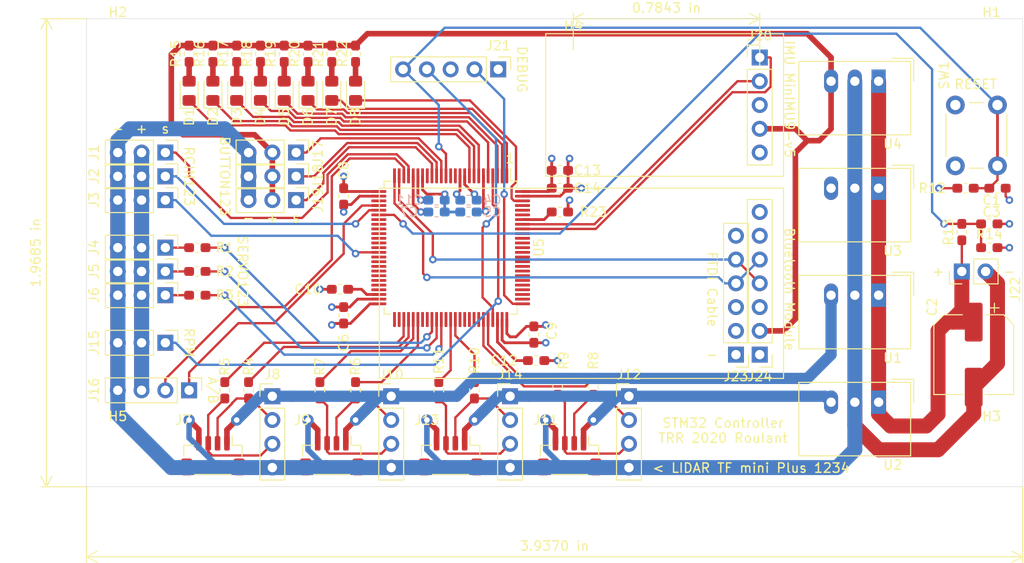
<source format=kicad_pcb>
(kicad_pcb (version 20171130) (host pcbnew "(5.1.4)-1")
  (layers (0 F.Cu signal) (1 In1.Cu power hide) (2 In2.Cu power hide) (31 B.Cu signal) (34 B.Paste user) (35 F.Paste user) (36 B.SilkS user) (37 F.SilkS user) (38 B.Mask user) (39 F.Mask user) (44 Edge.Cuts user))
  (net 0 "")
  (net 1 GND)
  (net 2 /GPP/LD1_TXo)
  (net 3 /GPP/LD1_RXi)
  (net 4 /GPP/RESET)
  (net 5 +BATT)
  (net 6 /GPP/VBATT_DIV)
  (net 7 /GPP/3V3_GPP)
  (net 8 "Net-(C10-Pad1)")
  (net 9 "Net-(C12-Pad1)")
  (net 10 "Net-(D1-Pad2)")
  (net 11 /GPP/LED1)
  (net 12 /GPP/LED2)
  (net 13 "Net-(D2-Pad2)")
  (net 14 /GPP/LED3)
  (net 15 "Net-(D3-Pad2)")
  (net 16 "Net-(D4-Pad2)")
  (net 17 /GPP/LED4)
  (net 18 /GPP/LED5)
  (net 19 "Net-(D5-Pad2)")
  (net 20 "Net-(D6-Pad2)")
  (net 21 /GPP/LED6)
  (net 22 "Net-(D7-Pad2)")
  (net 23 /GPP/LED7)
  (net 24 /GPP/LED8)
  (net 25 "Net-(D8-Pad2)")
  (net 26 /GPP/VBEC)
  (net 27 /GPP/Channel1IN)
  (net 28 /GPP/Channel2IN)
  (net 29 /GPP/Channel3IN)
  (net 30 "Net-(J4-Pad1)")
  (net 31 "Net-(J5-Pad1)")
  (net 32 "Net-(J6-Pad1)")
  (net 33 /GPP/RPMSensor)
  (net 34 /GPP/5V_AUX)
  (net 35 /GPP/Button1)
  (net 36 /GPP/Button2)
  (net 37 /GPP/Button3)
  (net 38 "Net-(J20-Pad5)")
  (net 39 /GPP/SDA)
  (net 40 /GPP/SCL)
  (net 41 /GPP/SWCLK)
  (net 42 /GPP/SWDIO)
  (net 43 "Net-(J23-Pad2)")
  (net 44 "Net-(J23-Pad3)")
  (net 45 /GPP/BT_RXi)
  (net 46 /GPP/BT_TXo)
  (net 47 "Net-(J23-Pad6)")
  (net 48 "Net-(J24-Pad3)")
  (net 49 "Net-(J24-Pad7)")
  (net 50 /GPP/Channel1OUT)
  (net 51 /GPP/Channel2OUT)
  (net 52 /GPP/Channel3OUT)
  (net 53 "Net-(J7-Pad2)")
  (net 54 "Net-(J7-Pad3)")
  (net 55 "Net-(J10-Pad2)")
  (net 56 /GPP/LD2_RXi)
  (net 57 /GPP/LD2_TXo)
  (net 58 "Net-(J10-Pad3)")
  (net 59 "Net-(J11-Pad2)")
  (net 60 /GPP/LD3_RXi)
  (net 61 /GPP/LD3_TXo)
  (net 62 "Net-(J11-Pad3)")
  (net 63 "Net-(J13-Pad2)")
  (net 64 /GPP/LD4_RXi)
  (net 65 /GPP/LD4_TXo)
  (net 66 "Net-(J13-Pad3)")
  (net 67 "Net-(R23-Pad1)")
  (net 68 /GPP/5V_LIDAR_GP1)
  (net 69 /GPP/5V_LIDAR_GP2)
  (net 70 "Net-(U5-Pad12)")
  (net 71 "Net-(U5-Pad13)")
  (net 72 "Net-(U5-Pad18)")
  (net 73 /GPP/A)
  (net 74 "Net-(U5-Pad28)")
  (net 75 /GPP/B)
  (net 76 "Net-(U5-Pad32)")
  (net 77 "Net-(U5-Pad33)")
  (net 78 "Net-(U5-Pad34)")
  (net 79 "Net-(U5-Pad35)")
  (net 80 "Net-(U5-Pad36)")
  (net 81 "Net-(U5-Pad37)")
  (net 82 "Net-(U5-Pad38)")
  (net 83 "Net-(U5-Pad40)")
  (net 84 "Net-(U5-Pad41)")
  (net 85 "Net-(U5-Pad42)")
  (net 86 "Net-(U5-Pad43)")
  (net 87 "Net-(U5-Pad44)")
  (net 88 "Net-(U5-Pad45)")
  (net 89 "Net-(U5-Pad46)")
  (net 90 "Net-(U5-Pad47)")
  (net 91 "Net-(U5-Pad51)")
  (net 92 "Net-(U5-Pad52)")
  (net 93 "Net-(U5-Pad57)")
  (net 94 "Net-(U5-Pad58)")
  (net 95 "Net-(U5-Pad62)")
  (net 96 "Net-(U5-Pad67)")
  (net 97 "Net-(U5-Pad68)")
  (net 98 "Net-(U5-Pad69)")
  (net 99 "Net-(U5-Pad77)")
  (net 100 "Net-(U5-Pad81)")
  (net 101 "Net-(U5-Pad82)")
  (net 102 "Net-(U5-Pad83)")
  (net 103 "Net-(U5-Pad84)")
  (net 104 "Net-(U5-Pad85)")
  (net 105 "Net-(U5-Pad86)")
  (net 106 "Net-(U5-Pad87)")
  (net 107 "Net-(U5-Pad88)")
  (net 108 "Net-(U5-Pad89)")
  (net 109 "Net-(U5-Pad90)")
  (net 110 "Net-(U5-Pad91)")
  (net 111 "Net-(U5-Pad95)")
  (net 112 "Net-(U5-Pad96)")
  (net 113 "Net-(U5-Pad97)")
  (net 114 "Net-(U5-Pad65)")
  (net 115 "Net-(U5-Pad66)")
  (net 116 "Net-(U5-Pad78)")
  (net 117 "Net-(U5-Pad79)")
  (net 118 "Net-(U5-Pad80)")
  (module Package_QFP:LQFP-100_14x14mm_P0.5mm (layer F.Cu) (at 88.9 124.46 270)
    (fp_text reference U5 (at 0 -9.42 90) (layer F.SilkS))
    (fp_text value STM32F765VGTx)
    (pad 1 smd roundrect (at -7.675 -6 270) (size 1.6 0.3) (layers F.Cu F.Paste F.Mask) (net 23 /GPP/LED7))
    (pad 2 smd roundrect (at -7.675 -5.5 270) (size 1.6 0.3) (layers F.Cu F.Paste F.Mask) (net 21 /GPP/LED6))
    (pad 3 smd roundrect (at -7.675 -5 270) (size 1.6 0.3) (layers F.Cu F.Paste F.Mask) (net 18 /GPP/LED5))
    (pad 4 smd roundrect (at -7.675 -4.5 270) (size 1.6 0.3) (layers F.Cu F.Paste F.Mask) (net 33 /GPP/RPMSensor))
    (pad 5 smd roundrect (at -7.675 -4 270) (size 1.6 0.3) (layers F.Cu F.Paste F.Mask) (net 17 /GPP/LED4))
    (pad 6 smd roundrect (at -7.675 -3.5 270) (size 1.6 0.3) (layers F.Cu F.Paste F.Mask) (net 7 /GPP/3V3_GPP))
    (pad 7 smd roundrect (at -7.675 -3 270) (size 1.6 0.3) (layers F.Cu F.Paste F.Mask) (net 14 /GPP/LED3))
    (pad 8 smd roundrect (at -7.675 -2.5 270) (size 1.6 0.3) (layers F.Cu F.Paste F.Mask) (net 12 /GPP/LED2))
    (pad 9 smd roundrect (at -7.675 -2 270) (size 1.6 0.3) (layers F.Cu F.Paste F.Mask) (net 11 /GPP/LED1))
    (pad 10 smd roundrect (at -7.675 -1.5 270) (size 1.6 0.3) (layers F.Cu F.Paste F.Mask) (net 1 GND))
    (pad 11 smd roundrect (at -7.675 -1 270) (size 1.6 0.3) (layers F.Cu F.Paste F.Mask) (net 7 /GPP/3V3_GPP))
    (pad 12 smd roundrect (at -7.675 -0.5 270) (size 1.6 0.3) (layers F.Cu F.Paste F.Mask) (net 70 "Net-(U5-Pad12)"))
    (pad 13 smd roundrect (at -7.675 0 270) (size 1.6 0.3) (layers F.Cu F.Paste F.Mask) (net 71 "Net-(U5-Pad13)"))
    (pad 14 smd roundrect (at -7.675 0.5 270) (size 1.6 0.3) (layers F.Cu F.Paste F.Mask) (net 4 /GPP/RESET))
    (pad 15 smd roundrect (at -7.675 1 270) (size 1.6 0.3) (layers F.Cu F.Paste F.Mask) (net 35 /GPP/Button1))
    (pad 16 smd roundrect (at -7.675 1.5 270) (size 1.6 0.3) (layers F.Cu F.Paste F.Mask) (net 36 /GPP/Button2))
    (pad 17 smd roundrect (at -7.675 2 270) (size 1.6 0.3) (layers F.Cu F.Paste F.Mask) (net 37 /GPP/Button3))
    (pad 18 smd roundrect (at -7.675 2.5 270) (size 1.6 0.3) (layers F.Cu F.Paste F.Mask) (net 72 "Net-(U5-Pad18)"))
    (pad 19 smd roundrect (at -7.675 3 270) (size 1.6 0.3) (layers F.Cu F.Paste F.Mask) (net 1 GND))
    (pad 20 smd roundrect (at -7.675 3.5 270) (size 1.6 0.3) (layers F.Cu F.Paste F.Mask) (net 7 /GPP/3V3_GPP))
    (pad 21 smd roundrect (at -7.675 4 270) (size 1.6 0.3) (layers F.Cu F.Paste F.Mask) (net 7 /GPP/3V3_GPP))
    (pad 22 smd roundrect (at -7.675 4.5 270) (size 1.6 0.3) (layers F.Cu F.Paste F.Mask) (net 27 /GPP/Channel1IN))
    (pad 23 smd roundrect (at -7.675 5 270) (size 1.6 0.3) (layers F.Cu F.Paste F.Mask) (net 75 /GPP/B))
    (pad 24 smd roundrect (at -7.675 5.5 270) (size 1.6 0.3) (layers F.Cu F.Paste F.Mask) (net 46 /GPP/BT_TXo))
    (pad 25 smd roundrect (at -7.675 6 270) (size 1.6 0.3) (layers F.Cu F.Paste F.Mask) (net 45 /GPP/BT_RXi))
    (pad 26 smd roundrect (at -6 7.675 270) (size 0.3 1.6) (layers F.Cu F.Paste F.Mask) (net 1 GND))
    (pad 27 smd roundrect (at -5.5 7.675 270) (size 0.3 1.6) (layers F.Cu F.Paste F.Mask) (net 7 /GPP/3V3_GPP))
    (pad 28 smd roundrect (at -5 7.675 270) (size 0.3 1.6) (layers F.Cu F.Paste F.Mask) (net 74 "Net-(U5-Pad28)"))
    (pad 29 smd roundrect (at -4.5 7.675 270) (size 0.3 1.6) (layers F.Cu F.Paste F.Mask) (net 73 /GPP/A))
    (pad 30 smd roundrect (at -4 7.675 270) (size 0.3 1.6) (layers F.Cu F.Paste F.Mask) (net 28 /GPP/Channel2IN))
    (pad 31 smd roundrect (at -3.5 7.675 270) (size 0.3 1.6) (layers F.Cu F.Paste F.Mask) (net 6 /GPP/VBATT_DIV))
    (pad 32 smd roundrect (at -3 7.675 270) (size 0.3 1.6) (layers F.Cu F.Paste F.Mask) (net 76 "Net-(U5-Pad32)"))
    (pad 33 smd roundrect (at -2.5 7.675 270) (size 0.3 1.6) (layers F.Cu F.Paste F.Mask) (net 77 "Net-(U5-Pad33)"))
    (pad 34 smd roundrect (at -2 7.675 270) (size 0.3 1.6) (layers F.Cu F.Paste F.Mask) (net 78 "Net-(U5-Pad34)"))
    (pad 35 smd roundrect (at -1.5 7.675 270) (size 0.3 1.6) (layers F.Cu F.Paste F.Mask) (net 79 "Net-(U5-Pad35)"))
    (pad 36 smd roundrect (at -1 7.675 270) (size 0.3 1.6) (layers F.Cu F.Paste F.Mask) (net 80 "Net-(U5-Pad36)"))
    (pad 37 smd roundrect (at -0.5 7.675 270) (size 0.3 1.6) (layers F.Cu F.Paste F.Mask) (net 81 "Net-(U5-Pad37)"))
    (pad 38 smd roundrect (at 0 7.675 270) (size 0.3 1.6) (layers F.Cu F.Paste F.Mask) (net 82 "Net-(U5-Pad38)"))
    (pad 39 smd roundrect (at 0.5 7.675 270) (size 0.3 1.6) (layers F.Cu F.Paste F.Mask) (net 29 /GPP/Channel3IN))
    (pad 40 smd roundrect (at 1 7.675 270) (size 0.3 1.6) (layers F.Cu F.Paste F.Mask) (net 83 "Net-(U5-Pad40)"))
    (pad 41 smd roundrect (at 1.5 7.675 270) (size 0.3 1.6) (layers F.Cu F.Paste F.Mask) (net 84 "Net-(U5-Pad41)"))
    (pad 42 smd roundrect (at 2 7.675 270) (size 0.3 1.6) (layers F.Cu F.Paste F.Mask) (net 85 "Net-(U5-Pad42)"))
    (pad 43 smd roundrect (at 2.5 7.675 270) (size 0.3 1.6) (layers F.Cu F.Paste F.Mask) (net 86 "Net-(U5-Pad43)"))
    (pad 44 smd roundrect (at 3 7.675 270) (size 0.3 1.6) (layers F.Cu F.Paste F.Mask) (net 87 "Net-(U5-Pad44)"))
    (pad 45 smd roundrect (at 3.5 7.675 270) (size 0.3 1.6) (layers F.Cu F.Paste F.Mask) (net 88 "Net-(U5-Pad45)"))
    (pad 46 smd roundrect (at 4 7.675 270) (size 0.3 1.6) (layers F.Cu F.Paste F.Mask) (net 89 "Net-(U5-Pad46)"))
    (pad 47 smd roundrect (at 4.5 7.675 270) (size 0.3 1.6) (layers F.Cu F.Paste F.Mask) (net 90 "Net-(U5-Pad47)"))
    (pad 48 smd roundrect (at 5 7.675 270) (size 0.3 1.6) (layers F.Cu F.Paste F.Mask) (net 8 "Net-(C10-Pad1)"))
    (pad 49 smd roundrect (at 5.5 7.675 270) (size 0.3 1.6) (layers F.Cu F.Paste F.Mask) (net 1 GND))
    (pad 50 smd roundrect (at 6 7.675 270) (size 0.3 1.6) (layers F.Cu F.Paste F.Mask) (net 7 /GPP/3V3_GPP))
    (pad 51 smd roundrect (at 7.675 6 270) (size 1.6 0.3) (layers F.Cu F.Paste F.Mask) (net 91 "Net-(U5-Pad51)"))
    (pad 52 smd roundrect (at 7.675 5.5 270) (size 1.6 0.3) (layers F.Cu F.Paste F.Mask) (net 92 "Net-(U5-Pad52)"))
    (pad 53 smd roundrect (at 7.675 5 270) (size 1.6 0.3) (layers F.Cu F.Paste F.Mask) (net 2 /GPP/LD1_TXo))
    (pad 54 smd roundrect (at 7.675 4.5 270) (size 1.6 0.3) (layers F.Cu F.Paste F.Mask) (net 3 /GPP/LD1_RXi))
    (pad 55 smd roundrect (at 7.675 4 270) (size 1.6 0.3) (layers F.Cu F.Paste F.Mask) (net 57 /GPP/LD2_TXo))
    (pad 56 smd roundrect (at 7.675 3.5 270) (size 1.6 0.3) (layers F.Cu F.Paste F.Mask) (net 56 /GPP/LD2_RXi))
    (pad 57 smd roundrect (at 7.675 3 270) (size 1.6 0.3) (layers F.Cu F.Paste F.Mask) (net 93 "Net-(U5-Pad57)"))
    (pad 58 smd roundrect (at 7.675 2.5 270) (size 1.6 0.3) (layers F.Cu F.Paste F.Mask) (net 94 "Net-(U5-Pad58)"))
    (pad 59 smd roundrect (at 7.675 2 270) (size 1.6 0.3) (layers F.Cu F.Paste F.Mask) (net 50 /GPP/Channel1OUT))
    (pad 60 smd roundrect (at 7.675 1.5 270) (size 1.6 0.3) (layers F.Cu F.Paste F.Mask) (net 51 /GPP/Channel2OUT))
    (pad 61 smd roundrect (at 7.675 1 270) (size 1.6 0.3) (layers F.Cu F.Paste F.Mask) (net 52 /GPP/Channel3OUT))
    (pad 62 smd roundrect (at 7.675 0.5 270) (size 1.6 0.3) (layers F.Cu F.Paste F.Mask) (net 95 "Net-(U5-Pad62)"))
    (pad 63 smd roundrect (at 7.675 0 270) (size 1.6 0.3) (layers F.Cu F.Paste F.Mask) (net 65 /GPP/LD4_TXo))
    (pad 64 smd roundrect (at 7.675 -0.5 270) (size 1.6 0.3) (layers F.Cu F.Paste F.Mask) (net 64 /GPP/LD4_RXi))
    (pad 65 smd roundrect (at 7.675 -1 270) (size 1.6 0.3) (layers F.Cu F.Paste F.Mask) (net 114 "Net-(U5-Pad65)"))
    (pad 66 smd roundrect (at 7.675 -1.5 270) (size 1.6 0.3) (layers F.Cu F.Paste F.Mask) (net 115 "Net-(U5-Pad66)"))
    (pad 67 smd roundrect (at 7.675 -2 270) (size 1.6 0.3) (layers F.Cu F.Paste F.Mask) (net 96 "Net-(U5-Pad67)"))
    (pad 68 smd roundrect (at 7.675 -2.5 270) (size 1.6 0.3) (layers F.Cu F.Paste F.Mask) (net 97 "Net-(U5-Pad68)"))
    (pad 69 smd roundrect (at 7.675 -3 270) (size 1.6 0.3) (layers F.Cu F.Paste F.Mask) (net 98 "Net-(U5-Pad69)"))
    (pad 70 smd roundrect (at 7.675 -3.5 270) (size 1.6 0.3) (layers F.Cu F.Paste F.Mask) (net 60 /GPP/LD3_RXi))
    (pad 71 smd roundrect (at 7.675 -4 270) (size 1.6 0.3) (layers F.Cu F.Paste F.Mask) (net 61 /GPP/LD3_TXo))
    (pad 72 smd roundrect (at 7.675 -4.5 270) (size 1.6 0.3) (layers F.Cu F.Paste F.Mask) (net 42 /GPP/SWDIO))
    (pad 73 smd roundrect (at 7.675 -5 270) (size 1.6 0.3) (layers F.Cu F.Paste F.Mask) (net 9 "Net-(C12-Pad1)"))
    (pad 74 smd roundrect (at 7.675 -5.5 270) (size 1.6 0.3) (layers F.Cu F.Paste F.Mask) (net 1 GND))
    (pad 75 smd roundrect (at 7.675 -6 270) (size 1.6 0.3) (layers F.Cu F.Paste F.Mask) (net 7 /GPP/3V3_GPP))
    (pad 76 smd roundrect (at 6 -7.675 270) (size 0.3 1.6) (layers F.Cu F.Paste F.Mask) (net 41 /GPP/SWCLK))
    (pad 77 smd roundrect (at 5.5 -7.675 270) (size 0.3 1.6) (layers F.Cu F.Paste F.Mask) (net 99 "Net-(U5-Pad77)"))
    (pad 78 smd roundrect (at 5 -7.675 270) (size 0.3 1.6) (layers F.Cu F.Paste F.Mask) (net 116 "Net-(U5-Pad78)"))
    (pad 79 smd roundrect (at 4.5 -7.675 270) (size 0.3 1.6) (layers F.Cu F.Paste F.Mask) (net 117 "Net-(U5-Pad79)"))
    (pad 80 smd roundrect (at 4 -7.675 270) (size 0.3 1.6) (layers F.Cu F.Paste F.Mask) (net 118 "Net-(U5-Pad80)"))
    (pad 81 smd roundrect (at 3.5 -7.675 270) (size 0.3 1.6) (layers F.Cu F.Paste F.Mask) (net 100 "Net-(U5-Pad81)"))
    (pad 82 smd roundrect (at 3 -7.675 270) (size 0.3 1.6) (layers F.Cu F.Paste F.Mask) (net 101 "Net-(U5-Pad82)"))
    (pad 83 smd roundrect (at 2.5 -7.675 270) (size 0.3 1.6) (layers F.Cu F.Paste F.Mask) (net 102 "Net-(U5-Pad83)"))
    (pad 84 smd roundrect (at 2 -7.675 270) (size 0.3 1.6) (layers F.Cu F.Paste F.Mask) (net 103 "Net-(U5-Pad84)"))
    (pad 85 smd roundrect (at 1.5 -7.675 270) (size 0.3 1.6) (layers F.Cu F.Paste F.Mask) (net 104 "Net-(U5-Pad85)"))
    (pad 86 smd roundrect (at 1 -7.675 270) (size 0.3 1.6) (layers F.Cu F.Paste F.Mask) (net 105 "Net-(U5-Pad86)"))
    (pad 87 smd roundrect (at 0.5 -7.675 270) (size 0.3 1.6) (layers F.Cu F.Paste F.Mask) (net 106 "Net-(U5-Pad87)"))
    (pad 88 smd roundrect (at 0 -7.675 270) (size 0.3 1.6) (layers F.Cu F.Paste F.Mask) (net 107 "Net-(U5-Pad88)"))
    (pad 89 smd roundrect (at -0.5 -7.675 270) (size 0.3 1.6) (layers F.Cu F.Paste F.Mask) (net 108 "Net-(U5-Pad89)"))
    (pad 90 smd roundrect (at -1 -7.675 270) (size 0.3 1.6) (layers F.Cu F.Paste F.Mask) (net 109 "Net-(U5-Pad90)"))
    (pad 91 smd roundrect (at -1.5 -7.675 270) (size 0.3 1.6) (layers F.Cu F.Paste F.Mask) (net 110 "Net-(U5-Pad91)"))
    (pad 92 smd roundrect (at -2 -7.675 270) (size 0.3 1.6) (layers F.Cu F.Paste F.Mask) (net 40 /GPP/SCL))
    (pad 93 smd roundrect (at -2.5 -7.675 270) (size 0.3 1.6) (layers F.Cu F.Paste F.Mask) (net 39 /GPP/SDA))
    (pad 94 smd roundrect (at -3 -7.675 270) (size 0.3 1.6) (layers F.Cu F.Paste F.Mask) (net 67 "Net-(R23-Pad1)"))
    (pad 95 smd roundrect (at -3.5 -7.675 270) (size 0.3 1.6) (layers F.Cu F.Paste F.Mask) (net 111 "Net-(U5-Pad95)"))
    (pad 96 smd roundrect (at -4 -7.675 270) (size 0.3 1.6) (layers F.Cu F.Paste F.Mask) (net 112 "Net-(U5-Pad96)"))
    (pad 97 smd roundrect (at -4.5 -7.675 270) (size 0.3 1.6) (layers F.Cu F.Paste F.Mask) (net 113 "Net-(U5-Pad97)"))
    (pad 98 smd roundrect (at -5 -7.675 270) (size 0.3 1.6) (layers F.Cu F.Paste F.Mask) (net 24 /GPP/LED8))
    (pad 99 smd roundrect (at -5.5 -7.675 270) (size 0.3 1.6) (layers F.Cu F.Paste F.Mask) (net 1 GND))
    (pad 100 smd roundrect (at -6 -7.675 270) (size 0.3 1.6) (layers F.Cu F.Paste F.Mask) (net 7 /GPP/3V3_GPP))
  )
  (module Capacitor_SMD:C_0603_1608Metric_Pad1.05x0.95mm_HandSolder (layer F.Cu) (at 147.32 118.11)
    (fp_text reference C1 (at -0.635 1.27) (layer F.SilkS))
    (fp_text value 100nF)
    (pad 2 smd roundrect (at 0.875 0) (size 1.05 0.95) (layers F.Cu F.Paste F.Mask) (net 1 GND))
    (pad 1 smd roundrect (at -0.875 0) (size 1.05 0.95) (layers F.Cu F.Paste F.Mask) (net 4 /GPP/RESET))
  )
  (module Capacitor_SMD:C_0603_1608Metric_Pad1.05x0.95mm_HandSolder (layer F.Cu) (at 146.445 121.92)
    (fp_text reference C3 (at 0.24 -1.27) (layer F.SilkS))
    (fp_text value 100nF)
    (pad 2 smd roundrect (at 0.875 0) (size 1.05 0.95) (layers F.Cu F.Paste F.Mask) (net 1 GND))
    (pad 1 smd roundrect (at -0.875 0) (size 1.05 0.95) (layers F.Cu F.Paste F.Mask) (net 6 /GPP/VBATT_DIV))
  )
  (module Capacitor_SMD:C_0603_1608Metric_Pad1.05x0.95mm_HandSolder (layer B.Cu) (at 90.805 119.38)
    (fp_text reference C4 (at 2.54 0) (layer B.SilkS) (effects (justify mirror)))
    (fp_text value 100nF)
    (pad 2 smd roundrect (at 0.875 0) (size 1.05 0.95) (layers B.Cu B.Paste B.Mask) (net 1 GND))
    (pad 1 smd roundrect (at -0.875 0) (size 1.05 0.95) (layers B.Cu B.Paste B.Mask) (net 7 /GPP/3V3_GPP))
  )
  (module Capacitor_SMD:C_0603_1608Metric_Pad1.05x0.95mm_HandSolder (layer B.Cu) (at 90.805 120.65 180)
    (fp_text reference C5 (at -2.54 0) (layer B.SilkS) (effects (justify mirror)))
    (fp_text value 100nF)
    (pad 1 smd roundrect (at -0.875 0 180) (size 1.05 0.95) (layers B.Cu B.Paste B.Mask) (net 7 /GPP/3V3_GPP))
    (pad 2 smd roundrect (at 0.875 0 180) (size 1.05 0.95) (layers B.Cu B.Paste B.Mask) (net 1 GND))
  )
  (module Capacitor_SMD:C_0603_1608Metric_Pad1.05x0.95mm_HandSolder (layer F.Cu) (at 77.47 131.685 90)
    (fp_text reference C6 (at -2.935 0 90) (layer F.SilkS))
    (fp_text value 100nF)
    (pad 2 smd roundrect (at 0.875 0 90) (size 1.05 0.95) (layers F.Cu F.Paste F.Mask) (net 1 GND))
    (pad 1 smd roundrect (at -0.875 0 90) (size 1.05 0.95) (layers F.Cu F.Paste F.Mask) (net 7 /GPP/3V3_GPP))
  )
  (module Capacitor_SMD:C_0603_1608Metric_Pad1.05x0.95mm_HandSolder (layer B.Cu) (at 87.39 120.65)
    (fp_text reference C7 (at -2.935 0) (layer B.SilkS) (effects (justify mirror)))
    (fp_text value 100nF)
    (pad 1 smd roundrect (at -0.875 0) (size 1.05 0.95) (layers B.Cu B.Paste B.Mask) (net 7 /GPP/3V3_GPP))
    (pad 2 smd roundrect (at 0.875 0) (size 1.05 0.95) (layers B.Cu B.Paste B.Mask) (net 1 GND))
  )
  (module Capacitor_SMD:C_0603_1608Metric_Pad1.05x0.95mm_HandSolder (layer F.Cu) (at 77.47 118.985 90)
    (fp_text reference C8 (at 2.78 0 90) (layer F.SilkS))
    (fp_text value 100nF)
    (pad 2 smd roundrect (at 0.875 0 90) (size 1.05 0.95) (layers F.Cu F.Paste F.Mask) (net 1 GND))
    (pad 1 smd roundrect (at -0.875 0 90) (size 1.05 0.95) (layers F.Cu F.Paste F.Mask) (net 7 /GPP/3V3_GPP))
  )
  (module Capacitor_SMD:C_0603_1608Metric_Pad1.05x0.95mm_HandSolder (layer F.Cu) (at 97.79 133.745 270)
    (fp_text reference C9 (at -0.395 -1.905 90) (layer F.SilkS))
    (fp_text value 100nF)
    (pad 1 smd roundrect (at -0.875 0 270) (size 1.05 0.95) (layers F.Cu F.Paste F.Mask) (net 7 /GPP/3V3_GPP))
    (pad 2 smd roundrect (at 0.875 0 270) (size 1.05 0.95) (layers F.Cu F.Paste F.Mask) (net 1 GND))
  )
  (module Capacitor_SMD:C_0603_1608Metric_Pad1.05x0.95mm_HandSolder (layer F.Cu) (at 77.075 128.905 180)
    (fp_text reference C10 (at 3.415 0) (layer F.SilkS))
    (fp_text value 2.2u)
    (pad 1 smd roundrect (at -0.875 0 180) (size 1.05 0.95) (layers F.Cu F.Paste F.Mask) (net 8 "Net-(C10-Pad1)"))
    (pad 2 smd roundrect (at 0.875 0 180) (size 1.05 0.95) (layers F.Cu F.Paste F.Mask) (net 1 GND))
  )
  (module Capacitor_SMD:C_0603_1608Metric_Pad1.05x0.95mm_HandSolder (layer B.Cu) (at 87.39 119.38)
    (fp_text reference C11 (at -2.935 0) (layer B.SilkS) (effects (justify mirror)))
    (fp_text value 100nF)
    (pad 2 smd roundrect (at 0.875 0) (size 1.05 0.95) (layers B.Cu B.Paste B.Mask) (net 1 GND))
    (pad 1 smd roundrect (at -0.875 0) (size 1.05 0.95) (layers B.Cu B.Paste B.Mask) (net 7 /GPP/3V3_GPP))
  )
  (module Capacitor_SMD:C_0603_1608Metric_Pad1.05x0.95mm_HandSolder (layer F.Cu) (at 98.03 136.525)
    (fp_text reference C12 (at -3.415 0) (layer F.SilkS))
    (fp_text value 2.2u)
    (pad 2 smd roundrect (at 0.875 0) (size 1.05 0.95) (layers F.Cu F.Paste F.Mask) (net 1 GND))
    (pad 1 smd roundrect (at -0.875 0) (size 1.05 0.95) (layers F.Cu F.Paste F.Mask) (net 9 "Net-(C12-Pad1)"))
  )
  (module Capacitor_SMD:C_0603_1608Metric_Pad1.05x0.95mm_HandSolder (layer F.Cu) (at 100.57 116.205)
    (fp_text reference C13 (at 2.935 0) (layer F.SilkS))
    (fp_text value 4.7uF)
    (pad 1 smd roundrect (at -0.875 0) (size 1.05 0.95) (layers F.Cu F.Paste F.Mask) (net 7 /GPP/3V3_GPP))
    (pad 2 smd roundrect (at 0.875 0) (size 1.05 0.95) (layers F.Cu F.Paste F.Mask) (net 1 GND))
  )
  (module Capacitor_SMD:C_0603_1608Metric_Pad1.05x0.95mm_HandSolder (layer F.Cu) (at 100.57 118.11)
    (fp_text reference C14 (at 2.935 0) (layer F.SilkS))
    (fp_text value 100nF)
    (pad 1 smd roundrect (at -0.875 0) (size 1.05 0.95) (layers F.Cu F.Paste F.Mask) (net 7 /GPP/3V3_GPP))
    (pad 2 smd roundrect (at 0.875 0) (size 1.05 0.95) (layers F.Cu F.Paste F.Mask) (net 1 GND))
  )
  (module LED_SMD:LED_0805_2012Metric_Pad1.15x1.40mm_HandSolder (layer F.Cu) (at 60.96 107.705 90)
    (fp_text reference D1 (at -2.785 0 90) (layer F.SilkS))
    (fp_text value RED)
    (pad 2 smd roundrect (at 1.025 0 90) (size 1.15 1.4) (layers F.Cu F.Paste F.Mask) (roundrect_rratio 0.217391) (net 10 "Net-(D1-Pad2)"))
    (pad 1 smd roundrect (at -1.025 0 90) (size 1.15 1.4) (layers F.Cu F.Paste F.Mask) (roundrect_rratio 0.217391) (net 11 /GPP/LED1))
  )
  (module LED_SMD:LED_0805_2012Metric_Pad1.15x1.40mm_HandSolder (layer F.Cu) (at 63.5 107.705 90)
    (fp_text reference D2 (at -2.785 0 90) (layer F.SilkS))
    (fp_text value ORANGE)
    (pad 1 smd roundrect (at -1.025 0 90) (size 1.15 1.4) (layers F.Cu F.Paste F.Mask) (roundrect_rratio 0.217391) (net 12 /GPP/LED2))
    (pad 2 smd roundrect (at 1.025 0 90) (size 1.15 1.4) (layers F.Cu F.Paste F.Mask) (roundrect_rratio 0.217391) (net 13 "Net-(D2-Pad2)"))
  )
  (module LED_SMD:LED_0805_2012Metric_Pad1.15x1.40mm_HandSolder (layer F.Cu) (at 66.04 107.705 90)
    (fp_text reference D3 (at -2.785 0 90) (layer F.SilkS))
    (fp_text value GREEN)
    (pad 1 smd roundrect (at -1.025 0 90) (size 1.15 1.4) (layers F.Cu F.Paste F.Mask) (roundrect_rratio 0.217391) (net 14 /GPP/LED3))
    (pad 2 smd roundrect (at 1.025 0 90) (size 1.15 1.4) (layers F.Cu F.Paste F.Mask) (roundrect_rratio 0.217391) (net 15 "Net-(D3-Pad2)"))
  )
  (module LED_SMD:LED_0805_2012Metric_Pad1.15x1.40mm_HandSolder (layer F.Cu) (at 68.58 107.705 90)
    (fp_text reference D4 (at -2.785 0 90) (layer F.SilkS))
    (fp_text value GREEN)
    (pad 2 smd roundrect (at 1.025 0 90) (size 1.15 1.4) (layers F.Cu F.Paste F.Mask) (roundrect_rratio 0.217391) (net 16 "Net-(D4-Pad2)"))
    (pad 1 smd roundrect (at -1.025 0 90) (size 1.15 1.4) (layers F.Cu F.Paste F.Mask) (roundrect_rratio 0.217391) (net 17 /GPP/LED4))
  )
  (module LED_SMD:LED_0805_2012Metric_Pad1.15x1.40mm_HandSolder (layer F.Cu) (at 71.12 107.705 90)
    (fp_text reference D5 (at -2.785 0 90) (layer F.SilkS))
    (fp_text value GREEN)
    (pad 1 smd roundrect (at -1.025 0 90) (size 1.15 1.4) (layers F.Cu F.Paste F.Mask) (roundrect_rratio 0.217391) (net 18 /GPP/LED5))
    (pad 2 smd roundrect (at 1.025 0 90) (size 1.15 1.4) (layers F.Cu F.Paste F.Mask) (roundrect_rratio 0.217391) (net 19 "Net-(D5-Pad2)"))
  )
  (module LED_SMD:LED_0805_2012Metric_Pad1.15x1.40mm_HandSolder (layer F.Cu) (at 73.66 107.705 90)
    (fp_text reference D6 (at -2.785 0 90) (layer F.SilkS))
    (fp_text value GREEN)
    (pad 2 smd roundrect (at 1.025 0 90) (size 1.15 1.4) (layers F.Cu F.Paste F.Mask) (roundrect_rratio 0.217391) (net 20 "Net-(D6-Pad2)"))
    (pad 1 smd roundrect (at -1.025 0 90) (size 1.15 1.4) (layers F.Cu F.Paste F.Mask) (roundrect_rratio 0.217391) (net 21 /GPP/LED6))
  )
  (module LED_SMD:LED_0805_2012Metric_Pad1.15x1.40mm_HandSolder (layer F.Cu) (at 76.2 107.705 90)
    (fp_text reference D7 (at -2.785 0 90) (layer F.SilkS))
    (fp_text value GREEN)
    (pad 2 smd roundrect (at 1.025 0 90) (size 1.15 1.4) (layers F.Cu F.Paste F.Mask) (roundrect_rratio 0.217391) (net 22 "Net-(D7-Pad2)"))
    (pad 1 smd roundrect (at -1.025 0 90) (size 1.15 1.4) (layers F.Cu F.Paste F.Mask) (roundrect_rratio 0.217391) (net 23 /GPP/LED7))
  )
  (module LED_SMD:LED_0805_2012Metric_Pad1.15x1.40mm_HandSolder (layer F.Cu) (at 78.74 107.705 90)
    (fp_text reference D8 (at -2.785 0 90) (layer F.SilkS))
    (fp_text value GREEN)
    (pad 1 smd roundrect (at -1.025 0 90) (size 1.15 1.4) (layers F.Cu F.Paste F.Mask) (roundrect_rratio 0.217391) (net 24 /GPP/LED8))
    (pad 2 smd roundrect (at 1.025 0 90) (size 1.15 1.4) (layers F.Cu F.Paste F.Mask) (roundrect_rratio 0.217391) (net 25 "Net-(D8-Pad2)"))
  )
  (module MountingHole:MountingHole_3.2mm_M3 (layer F.Cu) (at 146.685 103.505)
    (fp_text reference H1 (at 0 -4.2) (layer F.SilkS))
    (fp_text value MountingHole)
    (pad 1 np_thru_hole circle (at 0 0) (size 3.2 3.2) (drill 3.2) (layers *.Cu *.Mask))
  )
  (module MountingHole:MountingHole_3.2mm_M3 (layer F.Cu) (at 53.34 103.505)
    (fp_text reference H2 (at 0 -4.2) (layer F.SilkS))
    (fp_text value MountingHole)
    (pad 1 np_thru_hole circle (at 0 0) (size 3.2 3.2) (drill 3.2) (layers *.Cu *.Mask))
  )
  (module MountingHole:MountingHole_3.2mm_M3 (layer F.Cu) (at 146.685 146.685)
    (fp_text reference H3 (at 0 -4.2) (layer F.SilkS))
    (fp_text value MountingHole)
    (pad 1 np_thru_hole circle (at 0 0) (size 3.2 3.2) (drill 3.2) (layers *.Cu *.Mask))
  )
  (module MountingHole:MountingHole_3.2mm_M3 (layer F.Cu) (at 102 105)
    (fp_text reference H4 (at 0 -4.2) (layer F.SilkS))
    (fp_text value MountingHole)
    (pad 1 np_thru_hole circle (at 0 0) (size 3.2 3.2) (drill 3.2) (layers *.Cu *.Mask))
  )
  (module MountingHole:MountingHole_3.2mm_M3 (layer F.Cu) (at 53.34 146.685)
    (fp_text reference H5 (at 0 -4.2) (layer F.SilkS))
    (fp_text value MountingHole)
    (pad 1 np_thru_hole circle (at 0 0) (size 3.2 3.2) (drill 3.2) (layers *.Cu *.Mask))
  )
  (module Connector_PinHeader_2.54mm:PinHeader_1x03_P2.54mm_Vertical (layer F.Cu) (at 58.42 114.3 270)
    (fp_text reference J1 (at 0 7.62 90) (layer F.SilkS))
    (fp_text value Conn_01x03)
    (pad 3 thru_hole oval (at 0 5.08 270) (size 1.7 1.7) (drill 1) (layers *.Cu *.Mask) (net 1 GND))
    (pad 2 thru_hole oval (at 0 2.54 270) (size 1.7 1.7) (drill 1) (layers *.Cu *.Mask) (net 26 /GPP/VBEC))
    (pad 1 thru_hole rect (at 0 0 270) (size 1.7 1.7) (drill 1) (layers *.Cu *.Mask) (net 27 /GPP/Channel1IN))
  )
  (module Connector_PinHeader_2.54mm:PinHeader_1x03_P2.54mm_Vertical (layer F.Cu) (at 58.42 116.84 270)
    (fp_text reference J2 (at 0 7.62 90) (layer F.SilkS))
    (fp_text value Conn_01x03)
    (pad 1 thru_hole rect (at 0 0 270) (size 1.7 1.7) (drill 1) (layers *.Cu *.Mask) (net 28 /GPP/Channel2IN))
    (pad 2 thru_hole oval (at 0 2.54 270) (size 1.7 1.7) (drill 1) (layers *.Cu *.Mask) (net 26 /GPP/VBEC))
    (pad 3 thru_hole oval (at 0 5.08 270) (size 1.7 1.7) (drill 1) (layers *.Cu *.Mask) (net 1 GND))
  )
  (module Connector_PinHeader_2.54mm:PinHeader_1x03_P2.54mm_Vertical (layer F.Cu) (at 58.42 119.38 270)
    (fp_text reference J3 (at 0 7.62 90) (layer F.SilkS))
    (fp_text value Conn_01x03)
    (pad 3 thru_hole oval (at 0 5.08 270) (size 1.7 1.7) (drill 1) (layers *.Cu *.Mask) (net 1 GND))
    (pad 2 thru_hole oval (at 0 2.54 270) (size 1.7 1.7) (drill 1) (layers *.Cu *.Mask) (net 26 /GPP/VBEC))
    (pad 1 thru_hole rect (at 0 0 270) (size 1.7 1.7) (drill 1) (layers *.Cu *.Mask) (net 29 /GPP/Channel3IN))
  )
  (module Connector_PinHeader_2.54mm:PinHeader_1x03_P2.54mm_Vertical (layer F.Cu) (at 58.42 124.46 270)
    (fp_text reference J4 (at 0 7.62 270) (layer F.SilkS))
    (fp_text value Conn_01x03)
    (pad 1 thru_hole rect (at 0 0 270) (size 1.7 1.7) (drill 1) (layers *.Cu *.Mask) (net 30 "Net-(J4-Pad1)"))
    (pad 2 thru_hole oval (at 0 2.54 270) (size 1.7 1.7) (drill 1) (layers *.Cu *.Mask) (net 26 /GPP/VBEC))
    (pad 3 thru_hole oval (at 0 5.08 270) (size 1.7 1.7) (drill 1) (layers *.Cu *.Mask) (net 1 GND))
  )
  (module Connector_PinHeader_2.54mm:PinHeader_1x03_P2.54mm_Vertical (layer F.Cu) (at 58.42 127 270)
    (fp_text reference J5 (at 0 7.62 90) (layer F.SilkS))
    (fp_text value Conn_01x03)
    (pad 3 thru_hole oval (at 0 5.08 270) (size 1.7 1.7) (drill 1) (layers *.Cu *.Mask) (net 1 GND))
    (pad 2 thru_hole oval (at 0 2.54 270) (size 1.7 1.7) (drill 1) (layers *.Cu *.Mask) (net 26 /GPP/VBEC))
    (pad 1 thru_hole rect (at 0 0 270) (size 1.7 1.7) (drill 1) (layers *.Cu *.Mask) (net 31 "Net-(J5-Pad1)"))
  )
  (module Connector_PinHeader_2.54mm:PinHeader_1x03_P2.54mm_Vertical (layer F.Cu) (at 58.42 129.54 270)
    (fp_text reference J6 (at 0 7.62 90) (layer F.SilkS))
    (fp_text value Conn_01x03)
    (pad 1 thru_hole rect (at 0 0 270) (size 1.7 1.7) (drill 1) (layers *.Cu *.Mask) (net 32 "Net-(J6-Pad1)"))
    (pad 2 thru_hole oval (at 0 2.54 270) (size 1.7 1.7) (drill 1) (layers *.Cu *.Mask) (net 26 /GPP/VBEC))
    (pad 3 thru_hole oval (at 0 5.08 270) (size 1.7 1.7) (drill 1) (layers *.Cu *.Mask) (net 1 GND))
  )
  (module Connector_PinHeader_2.54mm:PinHeader_1x03_P2.54mm_Vertical (layer F.Cu) (at 58.42 134.62 270)
    (fp_text reference J15 (at 0 7.62 90) (layer F.SilkS))
    (fp_text value Conn_01x03)
    (pad 1 thru_hole rect (at 0 0 270) (size 1.7 1.7) (drill 1) (layers *.Cu *.Mask) (net 33 /GPP/RPMSensor))
    (pad 2 thru_hole oval (at 0 2.54 270) (size 1.7 1.7) (drill 1) (layers *.Cu *.Mask) (net 26 /GPP/VBEC))
    (pad 3 thru_hole oval (at 0 5.08 270) (size 1.7 1.7) (drill 1) (layers *.Cu *.Mask) (net 1 GND))
  )
  (module Connector_PinHeader_2.54mm:PinHeader_1x03_P2.54mm_Vertical (layer F.Cu) (at 72.39 114.3 270)
    (fp_text reference J17 (at 0 -2.33 90) (layer F.SilkS))
    (fp_text value Conn_01x03)
    (pad 3 thru_hole oval (at 0 5.08 270) (size 1.7 1.7) (drill 1) (layers *.Cu *.Mask) (net 1 GND))
    (pad 2 thru_hole oval (at 0 2.54 270) (size 1.7 1.7) (drill 1) (layers *.Cu *.Mask) (net 34 /GPP/5V_AUX))
    (pad 1 thru_hole rect (at 0 0 270) (size 1.7 1.7) (drill 1) (layers *.Cu *.Mask) (net 35 /GPP/Button1))
  )
  (module Connector_PinHeader_2.54mm:PinHeader_1x03_P2.54mm_Vertical (layer F.Cu) (at 72.39 116.84 270)
    (fp_text reference J18 (at 0 -2.33 90) (layer F.SilkS))
    (fp_text value Conn_01x03)
    (pad 1 thru_hole rect (at 0 0 270) (size 1.7 1.7) (drill 1) (layers *.Cu *.Mask) (net 36 /GPP/Button2))
    (pad 2 thru_hole oval (at 0 2.54 270) (size 1.7 1.7) (drill 1) (layers *.Cu *.Mask) (net 34 /GPP/5V_AUX))
    (pad 3 thru_hole oval (at 0 5.08 270) (size 1.7 1.7) (drill 1) (layers *.Cu *.Mask) (net 1 GND))
  )
  (module Connector_PinHeader_2.54mm:PinHeader_1x03_P2.54mm_Vertical (layer F.Cu) (at 72.39 119.38 270)
    (fp_text reference J19 (at 0 -2.33 90) (layer F.SilkS))
    (fp_text value Conn_01x03)
    (pad 3 thru_hole oval (at 0 5.08 270) (size 1.7 1.7) (drill 1) (layers *.Cu *.Mask) (net 1 GND))
    (pad 2 thru_hole oval (at 0 2.54 270) (size 1.7 1.7) (drill 1) (layers *.Cu *.Mask) (net 34 /GPP/5V_AUX))
    (pad 1 thru_hole rect (at 0 0 270) (size 1.7 1.7) (drill 1) (layers *.Cu *.Mask) (net 37 /GPP/Button3))
  )
  (module Connector_PinHeader_2.54mm:PinHeader_1x05_P2.54mm_Vertical (layer F.Cu) (at 121.92 104.14)
    (fp_text reference J20 (at 0 -2.33) (layer F.SilkS))
    (fp_text value Conn_01x05)
    (pad 5 thru_hole oval (at 0 10.16) (size 1.7 1.7) (drill 1) (layers *.Cu *.Mask) (net 38 "Net-(J20-Pad5)"))
    (pad 4 thru_hole oval (at 0 7.62) (size 1.7 1.7) (drill 1) (layers *.Cu *.Mask) (net 34 /GPP/5V_AUX))
    (pad 3 thru_hole oval (at 0 5.08) (size 1.7 1.7) (drill 1) (layers *.Cu *.Mask) (net 1 GND))
    (pad 2 thru_hole oval (at 0 2.54) (size 1.7 1.7) (drill 1) (layers *.Cu *.Mask) (net 39 /GPP/SDA))
    (pad 1 thru_hole rect (at 0 0) (size 1.7 1.7) (drill 1) (layers *.Cu *.Mask) (net 40 /GPP/SCL))
  )
  (module Connector_PinHeader_2.54mm:PinHeader_1x05_P2.54mm_Vertical (layer F.Cu) (at 93.98 105.41 270)
    (fp_text reference J21 (at -2.54 0) (layer F.SilkS))
    (fp_text value Conn_01x05)
    (pad 1 thru_hole rect (at 0 0 270) (size 1.7 1.7) (drill 1) (layers *.Cu *.Mask) (net 7 /GPP/3V3_GPP))
    (pad 2 thru_hole oval (at 0 2.54 270) (size 1.7 1.7) (drill 1) (layers *.Cu *.Mask) (net 41 /GPP/SWCLK))
    (pad 3 thru_hole oval (at 0 5.08 270) (size 1.7 1.7) (drill 1) (layers *.Cu *.Mask) (net 1 GND))
    (pad 4 thru_hole oval (at 0 7.62 270) (size 1.7 1.7) (drill 1) (layers *.Cu *.Mask) (net 42 /GPP/SWDIO))
    (pad 5 thru_hole oval (at 0 10.16 270) (size 1.7 1.7) (drill 1) (layers *.Cu *.Mask) (net 4 /GPP/RESET))
  )
  (module Connector_PinHeader_2.54mm:PinHeader_1x02_P2.54mm_Vertical (layer F.Cu) (at 143.51 127 90)
    (fp_text reference J22 (at -1.905 5.715 90) (layer F.SilkS))
    (fp_text value Conn_01x02)
    (pad 1 thru_hole rect (at 0 0 90) (size 1.7 1.7) (drill 1) (layers *.Cu *.Mask) (net 5 +BATT))
    (pad 2 thru_hole oval (at 0 2.54 90) (size 1.7 1.7) (drill 1) (layers *.Cu *.Mask) (net 1 GND))
  )
  (module Connector_PinHeader_2.54mm:PinHeader_1x06_P2.54mm_Vertical (layer F.Cu) (at 119.38 135.89 180)
    (fp_text reference J23 (at 0 -2.33) (layer F.SilkS))
    (fp_text value Conn_01x06)
    (pad 1 thru_hole rect (at 0 0 180) (size 1.7 1.7) (drill 1) (layers *.Cu *.Mask) (net 1 GND))
    (pad 2 thru_hole oval (at 0 2.54 180) (size 1.7 1.7) (drill 1) (layers *.Cu *.Mask) (net 43 "Net-(J23-Pad2)"))
    (pad 3 thru_hole oval (at 0 5.08 180) (size 1.7 1.7) (drill 1) (layers *.Cu *.Mask) (net 44 "Net-(J23-Pad3)"))
    (pad 4 thru_hole oval (at 0 7.62 180) (size 1.7 1.7) (drill 1) (layers *.Cu *.Mask) (net 45 /GPP/BT_RXi))
    (pad 5 thru_hole oval (at 0 10.16 180) (size 1.7 1.7) (drill 1) (layers *.Cu *.Mask) (net 46 /GPP/BT_TXo))
    (pad 6 thru_hole oval (at 0 12.7 180) (size 1.7 1.7) (drill 1) (layers *.Cu *.Mask) (net 47 "Net-(J23-Pad6)"))
  )
  (module Connector_PinHeader_2.54mm:PinHeader_1x07_P2.54mm_Vertical (layer F.Cu) (at 121.92 135.89 180)
    (fp_text reference J24 (at 0 -2.33) (layer F.SilkS))
    (fp_text value Conn_01x07)
    (pad 1 thru_hole rect (at 0 0 180) (size 1.7 1.7) (drill 1) (layers *.Cu *.Mask) (net 1 GND))
    (pad 2 thru_hole oval (at 0 2.54 180) (size 1.7 1.7) (drill 1) (layers *.Cu *.Mask) (net 34 /GPP/5V_AUX))
    (pad 3 thru_hole oval (at 0 5.08 180) (size 1.7 1.7) (drill 1) (layers *.Cu *.Mask) (net 48 "Net-(J24-Pad3)"))
    (pad 4 thru_hole oval (at 0 7.62 180) (size 1.7 1.7) (drill 1) (layers *.Cu *.Mask) (net 46 /GPP/BT_TXo))
    (pad 5 thru_hole oval (at 0 10.16 180) (size 1.7 1.7) (drill 1) (layers *.Cu *.Mask) (net 45 /GPP/BT_RXi))
    (pad 6 thru_hole oval (at 0 12.7 180) (size 1.7 1.7) (drill 1) (layers *.Cu *.Mask) (net 1 GND))
    (pad 7 thru_hole oval (at 0 15.24 180) (size 1.7 1.7) (drill 1) (layers *.Cu *.Mask) (net 49 "Net-(J24-Pad7)"))
  )
  (module Resistor_SMD:R_0603_1608Metric_Pad1.05x0.95mm_HandSolder (layer F.Cu) (at 61.835 124.46 180)
    (fp_text reference R1 (at -2.935 0) (layer F.SilkS))
    (fp_text value 100)
    (pad 1 smd roundrect (at -0.875 0 180) (size 1.05 0.95) (layers F.Cu F.Paste F.Mask) (net 50 /GPP/Channel1OUT))
    (pad 2 smd roundrect (at 0.875 0 180) (size 1.05 0.95) (layers F.Cu F.Paste F.Mask) (net 30 "Net-(J4-Pad1)"))
  )
  (module Resistor_SMD:R_0603_1608Metric_Pad1.05x0.95mm_HandSolder (layer F.Cu) (at 61.835 127 180)
    (fp_text reference R2 (at -2.935 0) (layer F.SilkS))
    (fp_text value 100)
    (pad 2 smd roundrect (at 0.875 0 180) (size 1.05 0.95) (layers F.Cu F.Paste F.Mask) (net 31 "Net-(J5-Pad1)"))
    (pad 1 smd roundrect (at -0.875 0 180) (size 1.05 0.95) (layers F.Cu F.Paste F.Mask) (net 51 /GPP/Channel2OUT))
  )
  (module Resistor_SMD:R_0603_1608Metric_Pad1.05x0.95mm_HandSolder (layer F.Cu) (at 61.835 129.54 180)
    (fp_text reference R3 (at -2.935 0) (layer F.SilkS))
    (fp_text value 100)
    (pad 1 smd roundrect (at -0.875 0 180) (size 1.05 0.95) (layers F.Cu F.Paste F.Mask) (net 52 /GPP/Channel3OUT))
    (pad 2 smd roundrect (at 0.875 0 180) (size 1.05 0.95) (layers F.Cu F.Paste F.Mask) (net 32 "Net-(J6-Pad1)"))
  )
  (module Resistor_SMD:R_0603_1608Metric_Pad1.05x0.95mm_HandSolder (layer F.Cu) (at 67.31 139.7 270)
    (fp_text reference R4 (at -2.54 0 90) (layer F.SilkS))
    (fp_text value 100)
    (pad 1 smd roundrect (at -0.875 0 270) (size 1.05 0.95) (layers F.Cu F.Paste F.Mask) (net 3 /GPP/LD1_RXi))
    (pad 2 smd roundrect (at 0.875 0 270) (size 1.05 0.95) (layers F.Cu F.Paste F.Mask) (net 53 "Net-(J7-Pad2)"))
  )
  (module Resistor_SMD:R_0603_1608Metric_Pad1.05x0.95mm_HandSolder (layer F.Cu) (at 64.77 139.7 270)
    (fp_text reference R5 (at -2.54 0 90) (layer F.SilkS))
    (fp_text value 100)
    (pad 2 smd roundrect (at 0.875 0 270) (size 1.05 0.95) (layers F.Cu F.Paste F.Mask) (net 54 "Net-(J7-Pad3)"))
    (pad 1 smd roundrect (at -0.875 0 270) (size 1.05 0.95) (layers F.Cu F.Paste F.Mask) (net 2 /GPP/LD1_TXo))
  )
  (module Resistor_SMD:R_0603_1608Metric_Pad1.05x0.95mm_HandSolder (layer F.Cu) (at 78.74 139.7 270)
    (fp_text reference R6 (at -2.54 0 90) (layer F.SilkS))
    (fp_text value 100)
    (pad 2 smd roundrect (at 0.875 0 270) (size 1.05 0.95) (layers F.Cu F.Paste F.Mask) (net 55 "Net-(J10-Pad2)"))
    (pad 1 smd roundrect (at -0.875 0 270) (size 1.05 0.95) (layers F.Cu F.Paste F.Mask) (net 56 /GPP/LD2_RXi))
  )
  (module Resistor_SMD:R_0603_1608Metric_Pad1.05x0.95mm_HandSolder (layer F.Cu) (at 74.93 139.7 270)
    (fp_text reference R7 (at -2.54 0 90) (layer F.SilkS))
    (fp_text value 100)
    (pad 1 smd roundrect (at -0.875 0 270) (size 1.05 0.95) (layers F.Cu F.Paste F.Mask) (net 57 /GPP/LD2_TXo))
    (pad 2 smd roundrect (at 0.875 0 270) (size 1.05 0.95) (layers F.Cu F.Paste F.Mask) (net 58 "Net-(J10-Pad3)"))
  )
  (module Resistor_SMD:R_0603_1608Metric_Pad1.05x0.95mm_HandSolder (layer F.Cu) (at 104.14 139.305 270)
    (fp_text reference R8 (at -2.78 0 90) (layer F.SilkS))
    (fp_text value 100)
    (pad 2 smd roundrect (at 0.875 0 270) (size 1.05 0.95) (layers F.Cu F.Paste F.Mask) (net 59 "Net-(J11-Pad2)"))
    (pad 1 smd roundrect (at -0.875 0 270) (size 1.05 0.95) (layers F.Cu F.Paste F.Mask) (net 60 /GPP/LD3_RXi))
  )
  (module Resistor_SMD:R_0603_1608Metric_Pad1.05x0.95mm_HandSolder (layer F.Cu) (at 100.33 139.305 270)
    (fp_text reference R9 (at -2.78 -0.635 90) (layer F.SilkS))
    (fp_text value 100)
    (pad 1 smd roundrect (at -0.875 0 270) (size 1.05 0.95) (layers F.Cu F.Paste F.Mask) (net 61 /GPP/LD3_TXo))
    (pad 2 smd roundrect (at 0.875 0 270) (size 1.05 0.95) (layers F.Cu F.Paste F.Mask) (net 62 "Net-(J11-Pad3)"))
  )
  (module Resistor_SMD:R_0603_1608Metric_Pad1.05x0.95mm_HandSolder (layer F.Cu) (at 91.44 139.7 270)
    (fp_text reference R10 (at -3.175 0 90) (layer F.SilkS))
    (fp_text value 100)
    (pad 2 smd roundrect (at 0.875 0 270) (size 1.05 0.95) (layers F.Cu F.Paste F.Mask) (net 63 "Net-(J13-Pad2)"))
    (pad 1 smd roundrect (at -0.875 0 270) (size 1.05 0.95) (layers F.Cu F.Paste F.Mask) (net 64 /GPP/LD4_RXi))
  )
  (module Resistor_SMD:R_0603_1608Metric_Pad1.05x0.95mm_HandSolder (layer F.Cu) (at 87.63 139.7 270)
    (fp_text reference R11 (at -3.175 0 90) (layer F.SilkS))
    (fp_text value 100)
    (pad 1 smd roundrect (at -0.875 0 270) (size 1.05 0.95) (layers F.Cu F.Paste F.Mask) (net 65 /GPP/LD4_TXo))
    (pad 2 smd roundrect (at 0.875 0 270) (size 1.05 0.95) (layers F.Cu F.Paste F.Mask) (net 66 "Net-(J13-Pad3)"))
  )
  (module Resistor_SMD:R_0603_1608Metric_Pad1.05x0.95mm_HandSolder (layer F.Cu) (at 143.905 118.11)
    (fp_text reference R12 (at -3.57 0) (layer F.SilkS))
    (fp_text value 100)
    (pad 1 smd roundrect (at -0.875 0) (size 1.05 0.95) (layers F.Cu F.Paste F.Mask) (net 7 /GPP/3V3_GPP))
    (pad 2 smd roundrect (at 0.875 0) (size 1.05 0.95) (layers F.Cu F.Paste F.Mask) (net 4 /GPP/RESET))
  )
  (module Resistor_SMD:R_0603_1608Metric_Pad1.05x0.95mm_HandSolder (layer F.Cu) (at 143.51 122.795 90)
    (fp_text reference R13 (at 0 -1.43 90) (layer F.SilkS))
    (fp_text value 47k)
    (pad 1 smd roundrect (at -0.875 0 90) (size 1.05 0.95) (layers F.Cu F.Paste F.Mask) (net 5 +BATT))
    (pad 2 smd roundrect (at 0.875 0 90) (size 1.05 0.95) (layers F.Cu F.Paste F.Mask) (net 6 /GPP/VBATT_DIV))
  )
  (module Resistor_SMD:R_0603_1608Metric_Pad1.05x0.95mm_HandSolder (layer F.Cu) (at 146.445 124.46)
    (fp_text reference R14 (at 0 -1.43) (layer F.SilkS))
    (fp_text value 10k)
    (pad 2 smd roundrect (at 0.875 0) (size 1.05 0.95) (layers F.Cu F.Paste F.Mask) (net 1 GND))
    (pad 1 smd roundrect (at -0.875 0) (size 1.05 0.95) (layers F.Cu F.Paste F.Mask) (net 6 /GPP/VBATT_DIV))
  )
  (module Resistor_SMD:R_0603_1608Metric_Pad1.05x0.95mm_HandSolder (layer F.Cu) (at 60.96 103.745 90)
    (fp_text reference R15 (at 0 -1.43 90) (layer F.SilkS))
    (fp_text value 100)
    (pad 1 smd roundrect (at -0.875 0 90) (size 1.05 0.95) (layers F.Cu F.Paste F.Mask) (net 10 "Net-(D1-Pad2)"))
    (pad 2 smd roundrect (at 0.875 0 90) (size 1.05 0.95) (layers F.Cu F.Paste F.Mask) (net 34 /GPP/5V_AUX))
  )
  (module Resistor_SMD:R_0603_1608Metric_Pad1.05x0.95mm_HandSolder (layer F.Cu) (at 63.5 103.745 90)
    (fp_text reference R16 (at 0 -1.43 90) (layer F.SilkS))
    (fp_text value 100)
    (pad 1 smd roundrect (at -0.875 0 90) (size 1.05 0.95) (layers F.Cu F.Paste F.Mask) (net 13 "Net-(D2-Pad2)"))
    (pad 2 smd roundrect (at 0.875 0 90) (size 1.05 0.95) (layers F.Cu F.Paste F.Mask) (net 34 /GPP/5V_AUX))
  )
  (module Resistor_SMD:R_0603_1608Metric_Pad1.05x0.95mm_HandSolder (layer F.Cu) (at 66.04 103.745 90)
    (fp_text reference R17 (at 0 -1.43 90) (layer F.SilkS))
    (fp_text value 100)
    (pad 1 smd roundrect (at -0.875 0 90) (size 1.05 0.95) (layers F.Cu F.Paste F.Mask) (net 15 "Net-(D3-Pad2)"))
    (pad 2 smd roundrect (at 0.875 0 90) (size 1.05 0.95) (layers F.Cu F.Paste F.Mask) (net 34 /GPP/5V_AUX))
  )
  (module Resistor_SMD:R_0603_1608Metric_Pad1.05x0.95mm_HandSolder (layer F.Cu) (at 68.58 103.745 90)
    (fp_text reference R18 (at 0 -1.43 90) (layer F.SilkS))
    (fp_text value 100)
    (pad 2 smd roundrect (at 0.875 0 90) (size 1.05 0.95) (layers F.Cu F.Paste F.Mask) (net 34 /GPP/5V_AUX))
    (pad 1 smd roundrect (at -0.875 0 90) (size 1.05 0.95) (layers F.Cu F.Paste F.Mask) (net 16 "Net-(D4-Pad2)"))
  )
  (module Resistor_SMD:R_0603_1608Metric_Pad1.05x0.95mm_HandSolder (layer F.Cu) (at 71.12 103.745 90)
    (fp_text reference R19 (at 0 -1.43 90) (layer F.SilkS))
    (fp_text value 100)
    (pad 1 smd roundrect (at -0.875 0 90) (size 1.05 0.95) (layers F.Cu F.Paste F.Mask) (net 19 "Net-(D5-Pad2)"))
    (pad 2 smd roundrect (at 0.875 0 90) (size 1.05 0.95) (layers F.Cu F.Paste F.Mask) (net 34 /GPP/5V_AUX))
  )
  (module Resistor_SMD:R_0603_1608Metric_Pad1.05x0.95mm_HandSolder (layer F.Cu) (at 73.66 103.745 90)
    (fp_text reference R20 (at 0 -1.43 90) (layer F.SilkS))
    (fp_text value 100)
    (pad 2 smd roundrect (at 0.875 0 90) (size 1.05 0.95) (layers F.Cu F.Paste F.Mask) (net 34 /GPP/5V_AUX))
    (pad 1 smd roundrect (at -0.875 0 90) (size 1.05 0.95) (layers F.Cu F.Paste F.Mask) (net 20 "Net-(D6-Pad2)"))
  )
  (module Resistor_SMD:R_0603_1608Metric_Pad1.05x0.95mm_HandSolder (layer F.Cu) (at 76.2 103.745 90)
    (fp_text reference R21 (at 0 -1.43 90) (layer F.SilkS))
    (fp_text value 100)
    (pad 2 smd roundrect (at 0.875 0 90) (size 1.05 0.95) (layers F.Cu F.Paste F.Mask) (net 34 /GPP/5V_AUX))
    (pad 1 smd roundrect (at -0.875 0 90) (size 1.05 0.95) (layers F.Cu F.Paste F.Mask) (net 22 "Net-(D7-Pad2)"))
  )
  (module Resistor_SMD:R_0603_1608Metric_Pad1.05x0.95mm_HandSolder (layer F.Cu) (at 78.74 103.745 90)
    (fp_text reference R22 (at 0 -1.43 90) (layer F.SilkS))
    (fp_text value 100)
    (pad 2 smd roundrect (at 0.875 0 90) (size 1.05 0.95) (layers F.Cu F.Paste F.Mask) (net 34 /GPP/5V_AUX))
    (pad 1 smd roundrect (at -0.875 0 90) (size 1.05 0.95) (layers F.Cu F.Paste F.Mask) (net 25 "Net-(D8-Pad2)"))
  )
  (module Resistor_SMD:R_0603_1608Metric_Pad1.05x0.95mm_HandSolder (layer F.Cu) (at 100.57 120.65)
    (fp_text reference R23 (at 3.57 0) (layer F.SilkS))
    (fp_text value 10k)
    (pad 2 smd roundrect (at 0.875 0) (size 1.05 0.95) (layers F.Cu F.Paste F.Mask) (net 1 GND))
    (pad 1 smd roundrect (at -0.875 0) (size 1.05 0.95) (layers F.Cu F.Paste F.Mask) (net 67 "Net-(R23-Pad1)"))
  )
  (module Button_Switch_THT:SW_PUSH_6mm (layer F.Cu) (at 147.32 109.22 270)
    (fp_text reference SW1 (at -3.175 5.715 90) (layer F.SilkS))
    (fp_text value SW_Push)
    (pad 2 thru_hole circle (at 0 4.5) (size 2 2) (drill 1.1) (layers *.Cu *.Mask) (net 1 GND))
    (pad 1 thru_hole circle (at 0 0) (size 2 2) (drill 1.1) (layers *.Cu *.Mask) (net 4 /GPP/RESET))
    (pad 2 thru_hole circle (at 6.5 4.5) (size 2 2) (drill 1.1) (layers *.Cu *.Mask) (net 1 GND))
    (pad 1 thru_hole circle (at 6.5 0) (size 2 2) (drill 1.1) (layers *.Cu *.Mask) (net 4 /GPP/RESET))
  )
  (module Converter_DCDC:Converter_DCDC_TRACO_TSR-1_THT (layer F.Cu) (at 134.62 129.54 180)
    (fp_text reference U1 (at -1.5 -6.71) (layer F.SilkS))
    (fp_text value TSR_1-2425)
    (pad 3 thru_hole oval (at 5.08 0 180) (size 1.5 2.5) (drill 1) (layers *.Cu *.Mask) (net 68 /GPP/5V_LIDAR_GP1))
    (pad 2 thru_hole oval (at 2.54 0 180) (size 1.5 2.5) (drill 1) (layers *.Cu *.Mask) (net 1 GND))
    (pad 1 thru_hole rect (at 0 0 180) (size 1.5 2.5) (drill 1) (layers *.Cu *.Mask) (net 5 +BATT))
  )
  (module Converter_DCDC:Converter_DCDC_TRACO_TSR-1_THT (layer F.Cu) (at 134.62 140.97 180)
    (fp_text reference U2 (at -1.5 -6.71) (layer F.SilkS))
    (fp_text value TSR_1-2425)
    (pad 1 thru_hole rect (at 0 0 180) (size 1.5 2.5) (drill 1) (layers *.Cu *.Mask) (net 5 +BATT))
    (pad 2 thru_hole oval (at 2.54 0 180) (size 1.5 2.5) (drill 1) (layers *.Cu *.Mask) (net 1 GND))
    (pad 3 thru_hole oval (at 5.08 0 180) (size 1.5 2.5) (drill 1) (layers *.Cu *.Mask) (net 69 /GPP/5V_LIDAR_GP2))
  )
  (module Converter_DCDC:Converter_DCDC_TRACO_TSR-1_THT (layer F.Cu) (at 134.62 118.11 180)
    (fp_text reference U3 (at -1.5 -6.71) (layer F.SilkS))
    (fp_text value TSR_1-2433)
    (pad 3 thru_hole oval (at 5.08 0 180) (size 1.5 2.5) (drill 1) (layers *.Cu *.Mask) (net 7 /GPP/3V3_GPP))
    (pad 2 thru_hole oval (at 2.54 0 180) (size 1.5 2.5) (drill 1) (layers *.Cu *.Mask) (net 1 GND))
    (pad 1 thru_hole rect (at 0 0 180) (size 1.5 2.5) (drill 1) (layers *.Cu *.Mask) (net 5 +BATT))
  )
  (module Converter_DCDC:Converter_DCDC_TRACO_TSR-1_THT (layer F.Cu) (at 134.62 106.68 180)
    (fp_text reference U4 (at -1.5 -6.71) (layer F.SilkS))
    (fp_text value TSR_1-2425)
    (pad 1 thru_hole rect (at 0 0 180) (size 1.5 2.5) (drill 1) (layers *.Cu *.Mask) (net 5 +BATT))
    (pad 2 thru_hole oval (at 2.54 0 180) (size 1.5 2.5) (drill 1) (layers *.Cu *.Mask) (net 1 GND))
    (pad 3 thru_hole oval (at 5.08 0 180) (size 1.5 2.5) (drill 1) (layers *.Cu *.Mask) (net 34 /GPP/5V_AUX))
  )
  (module Connector_PinHeader_2.54mm:PinHeader_1x04_P2.54mm_Vertical (layer F.Cu) (at 69.85 140.335)
    (fp_text reference J8 (at 0 -2.33) (layer F.SilkS))
    (fp_text value Conn_01x04)
    (pad 1 thru_hole rect (at 0 0) (size 1.7 1.7) (drill 1) (layers *.Cu *.Mask) (net 68 /GPP/5V_LIDAR_GP1))
    (pad 2 thru_hole oval (at 0 2.54) (size 1.7 1.7) (drill 1) (layers *.Cu *.Mask) (net 53 "Net-(J7-Pad2)"))
    (pad 3 thru_hole oval (at 0 5.08) (size 1.7 1.7) (drill 1) (layers *.Cu *.Mask) (net 54 "Net-(J7-Pad3)"))
    (pad 4 thru_hole oval (at 0 7.62) (size 1.7 1.7) (drill 1) (layers *.Cu *.Mask) (net 1 GND))
  )
  (module Connector_PinHeader_2.54mm:PinHeader_1x04_P2.54mm_Vertical (layer F.Cu) (at 82.55 140.335)
    (fp_text reference J10 (at 0 -2.33) (layer F.SilkS))
    (fp_text value Conn_01x04)
    (pad 4 thru_hole oval (at 0 7.62) (size 1.7 1.7) (drill 1) (layers *.Cu *.Mask) (net 1 GND))
    (pad 3 thru_hole oval (at 0 5.08) (size 1.7 1.7) (drill 1) (layers *.Cu *.Mask) (net 58 "Net-(J10-Pad3)"))
    (pad 2 thru_hole oval (at 0 2.54) (size 1.7 1.7) (drill 1) (layers *.Cu *.Mask) (net 55 "Net-(J10-Pad2)"))
    (pad 1 thru_hole rect (at 0 0) (size 1.7 1.7) (drill 1) (layers *.Cu *.Mask) (net 68 /GPP/5V_LIDAR_GP1))
  )
  (module Connector_PinHeader_2.54mm:PinHeader_1x04_P2.54mm_Vertical (layer F.Cu) (at 107.95 140.335)
    (fp_text reference J12 (at 0 -2.33) (layer F.SilkS))
    (fp_text value Conn_01x04)
    (pad 1 thru_hole rect (at 0 0) (size 1.7 1.7) (drill 1) (layers *.Cu *.Mask) (net 69 /GPP/5V_LIDAR_GP2))
    (pad 2 thru_hole oval (at 0 2.54) (size 1.7 1.7) (drill 1) (layers *.Cu *.Mask) (net 59 "Net-(J11-Pad2)"))
    (pad 3 thru_hole oval (at 0 5.08) (size 1.7 1.7) (drill 1) (layers *.Cu *.Mask) (net 62 "Net-(J11-Pad3)"))
    (pad 4 thru_hole oval (at 0 7.62) (size 1.7 1.7) (drill 1) (layers *.Cu *.Mask) (net 1 GND))
  )
  (module Connector_PinHeader_2.54mm:PinHeader_1x04_P2.54mm_Vertical (layer F.Cu) (at 95.25 140.335)
    (fp_text reference J14 (at 0 -2.33) (layer F.SilkS))
    (fp_text value Conn_01x04)
    (pad 4 thru_hole oval (at 0 7.62) (size 1.7 1.7) (drill 1) (layers *.Cu *.Mask) (net 1 GND))
    (pad 3 thru_hole oval (at 0 5.08) (size 1.7 1.7) (drill 1) (layers *.Cu *.Mask) (net 66 "Net-(J13-Pad3)"))
    (pad 2 thru_hole oval (at 0 2.54) (size 1.7 1.7) (drill 1) (layers *.Cu *.Mask) (net 63 "Net-(J13-Pad2)"))
    (pad 1 thru_hole rect (at 0 0) (size 1.7 1.7) (drill 1) (layers *.Cu *.Mask) (net 69 /GPP/5V_LIDAR_GP2))
  )
  (module Connector_PinHeader_2.54mm:PinHeader_1x04_P2.54mm_Vertical (layer F.Cu) (at 60.96 139.7 270)
    (fp_text reference J16 (at 0 10.16 90) (layer F.SilkS))
    (fp_text value Conn_01x04)
    (pad 1 thru_hole rect (at 0 0 270) (size 1.7 1.7) (drill 1) (layers *.Cu *.Mask) (net 73 /GPP/A))
    (pad 2 thru_hole oval (at 0 2.54 270) (size 1.7 1.7) (drill 1) (layers *.Cu *.Mask) (net 75 /GPP/B))
    (pad 3 thru_hole oval (at 0 5.08 270) (size 1.7 1.7) (drill 1) (layers *.Cu *.Mask) (net 26 /GPP/VBEC))
    (pad 4 thru_hole oval (at 0 7.62 270) (size 1.7 1.7) (drill 1) (layers *.Cu *.Mask) (net 1 GND))
  )
  (module Connector_JST:JST_SH_BM04B-SRSS-TB_1x04-1MP_P1.00mm_Vertical (layer F.Cu) (at 63.5 146.685 180)
    (fp_text reference J7 (at 3.175 3.81) (layer F.SilkS))
    (fp_text value Conn_01x04)
    (pad MP smd roundrect (at 2.8 -1.2 180) (size 1.2 1.8) (layers F.Cu F.Paste F.Mask) (roundrect_rratio 0.208333))
    (pad MP smd roundrect (at -2.8 -1.2 180) (size 1.2 1.8) (layers F.Cu F.Paste F.Mask) (roundrect_rratio 0.208333))
    (pad 4 smd roundrect (at 1.5 1.325 180) (size 0.6 1.55) (layers F.Cu F.Paste F.Mask) (net 1 GND))
    (pad 3 smd roundrect (at 0.5 1.325 180) (size 0.6 1.55) (layers F.Cu F.Paste F.Mask) (net 54 "Net-(J7-Pad3)"))
    (pad 2 smd roundrect (at -0.5 1.325 180) (size 0.6 1.55) (layers F.Cu F.Paste F.Mask) (net 53 "Net-(J7-Pad2)"))
    (pad 1 smd roundrect (at -1.5 1.325 180) (size 0.6 1.55) (layers F.Cu F.Paste F.Mask) (net 68 /GPP/5V_LIDAR_GP1))
  )
  (module Connector_JST:JST_SH_BM04B-SRSS-TB_1x04-1MP_P1.00mm_Vertical (layer F.Cu) (at 76.2 146.685 180)
    (fp_text reference J9 (at 3.175 3.81) (layer F.SilkS))
    (fp_text value Conn_01x04)
    (pad 1 smd roundrect (at -1.5 1.325 180) (size 0.6 1.55) (layers F.Cu F.Paste F.Mask) (net 68 /GPP/5V_LIDAR_GP1))
    (pad 2 smd roundrect (at -0.5 1.325 180) (size 0.6 1.55) (layers F.Cu F.Paste F.Mask) (net 55 "Net-(J10-Pad2)"))
    (pad 3 smd roundrect (at 0.5 1.325 180) (size 0.6 1.55) (layers F.Cu F.Paste F.Mask) (net 58 "Net-(J10-Pad3)"))
    (pad 4 smd roundrect (at 1.5 1.325 180) (size 0.6 1.55) (layers F.Cu F.Paste F.Mask) (net 1 GND))
    (pad MP smd roundrect (at -2.8 -1.2 180) (size 1.2 1.8) (layers F.Cu F.Paste F.Mask) (roundrect_rratio 0.208333))
    (pad MP smd roundrect (at 2.8 -1.2 180) (size 1.2 1.8) (layers F.Cu F.Paste F.Mask) (roundrect_rratio 0.208333))
  )
  (module Connector_JST:JST_SH_BM04B-SRSS-TB_1x04-1MP_P1.00mm_Vertical (layer F.Cu) (at 101.6 146.685 180)
    (fp_text reference J11 (at 2.54 3.81) (layer F.SilkS))
    (fp_text value Conn_01x04)
    (pad 1 smd roundrect (at -1.5 1.325 180) (size 0.6 1.55) (layers F.Cu F.Paste F.Mask) (net 69 /GPP/5V_LIDAR_GP2))
    (pad 2 smd roundrect (at -0.5 1.325 180) (size 0.6 1.55) (layers F.Cu F.Paste F.Mask) (net 59 "Net-(J11-Pad2)"))
    (pad 3 smd roundrect (at 0.5 1.325 180) (size 0.6 1.55) (layers F.Cu F.Paste F.Mask) (net 62 "Net-(J11-Pad3)"))
    (pad 4 smd roundrect (at 1.5 1.325 180) (size 0.6 1.55) (layers F.Cu F.Paste F.Mask) (net 1 GND))
    (pad MP smd roundrect (at -2.8 -1.2 180) (size 1.2 1.8) (layers F.Cu F.Paste F.Mask) (roundrect_rratio 0.208333))
    (pad MP smd roundrect (at 2.8 -1.2 180) (size 1.2 1.8) (layers F.Cu F.Paste F.Mask) (roundrect_rratio 0.208333))
  )
  (module Connector_JST:JST_SH_BM04B-SRSS-TB_1x04-1MP_P1.00mm_Vertical (layer F.Cu) (at 88.9 146.685 180)
    (fp_text reference J13 (at 2.54 3.81) (layer F.SilkS))
    (fp_text value Conn_01x04)
    (pad MP smd roundrect (at 2.8 -1.2 180) (size 1.2 1.8) (layers F.Cu F.Paste F.Mask) (roundrect_rratio 0.208333))
    (pad MP smd roundrect (at -2.8 -1.2 180) (size 1.2 1.8) (layers F.Cu F.Paste F.Mask) (roundrect_rratio 0.208333))
    (pad 4 smd roundrect (at 1.5 1.325 180) (size 0.6 1.55) (layers F.Cu F.Paste F.Mask) (net 1 GND))
    (pad 3 smd roundrect (at 0.5 1.325 180) (size 0.6 1.55) (layers F.Cu F.Paste F.Mask) (net 66 "Net-(J13-Pad3)"))
    (pad 2 smd roundrect (at -0.5 1.325 180) (size 0.6 1.55) (layers F.Cu F.Paste F.Mask) (net 63 "Net-(J13-Pad2)"))
    (pad 1 smd roundrect (at -1.5 1.325 180) (size 0.6 1.55) (layers F.Cu F.Paste F.Mask) (net 69 /GPP/5V_LIDAR_GP2))
  )
  (module Capacitor_SMD:CP_Elec_8x6.9 (layer F.Cu) (at 144.78 135.89 270)
    (fp_text reference C2 (at -5.08 4.445 90) (layer F.SilkS))
    (fp_text value 100u)
    (pad 1 smd roundrect (at -3.475 0 270) (size 4.15 1.9) (layers F.Cu F.Paste F.Mask) (roundrect_rratio 0.131579) (net 5 +BATT))
    (pad 2 smd roundrect (at 3.475 0 270) (size 4.15 1.9) (layers F.Cu F.Paste F.Mask) (roundrect_rratio 0.131579) (net 1 GND))
  )
  (gr_text RESET (at 145 107) (layer F.SilkS) (effects (font (size 1 1))))
  (gr_text "< LIDAR TF mini Plus 1234" (at 121 148) (layer F.SilkS) (effects (font (size 1 1))))
  (gr_text "STM32 Controller\nTRR 2020 Roulant" (at 118 144) (layer F.SilkS) (effects (font (size 1 1))))
  (dimension 19.92 (width 0.12) (layer F.SilkS) (gr_text "19,920 mm" (at 111.96 98.729758) (layer F.SilkS) (effects (font (size 1 1) (thickness 0.15)))) (feature1 (pts (xy 102 105) (xy 102 99.413337))) (feature2 (pts (xy 121.92 105) (xy 121.92 99.413337))) (crossbar (pts (xy 121.92 99.999758) (xy 102 99.999758))) (arrow1a (pts (xy 102 99.999758) (xy 103.126504 99.413337))) (arrow1b (pts (xy 102 99.999758) (xy 103.126504 100.586179))) (arrow2a (pts (xy 121.92 99.999758) (xy 120.793496 99.413337))) (arrow2b (pts (xy 121.92 99.999758) (xy 120.793496 100.586179))))
  (gr_text + (at 140.97 127) (layer F.SilkS) (effects (font (size 1 1))))
  (gr_text - (at 148.59 127) (layer F.SilkS) (effects (font (size 1 1))))
  (gr_text 1 (at 95.25 114.935) (layer F.SilkS) (effects (font (size 1 1))))
  (gr_text s (at 72.39 121.285) (layer F.SilkS) (effects (font (size 1 1))))
  (gr_text + (at 69.85 121.285) (layer F.SilkS) (effects (font (size 1 1))))
  (gr_text s (at 58.42 111.76) (layer F.SilkS) (effects (font (size 1 1))))
  (gr_text + (at 55.88 111.76) (layer F.SilkS) (effects (font (size 1 1))))
  (gr_text - (at 53.34 111.76) (layer F.SilkS) (effects (font (size 1 1))))
  (gr_text - (at 67.31 121.285) (layer F.SilkS) (effects (font (size 1 1))))
  (gr_text - (at 116.84 135.89) (layer F.SilkS) (effects (font (size 1 1))))
  (gr_text "FTDI Cable" (at 116.84 128.905 270) (layer F.SilkS) (effects (font (size 1 1))))
  (gr_text "Bluetooth Module" (at 125.095 128.905 270) (layer F.SilkS) (effects (font (size 1 1))))
  (gr_text "IMU MinIMU9-v5" (at 125.095 108.585 270) (layer F.SilkS) (effects (font (size 1 1))))
  (gr_text DEBUG (at 96.52 105.41 270) (layer F.SilkS) (effects (font (size 1 1))))
  (gr_text BUTTON123 (at 64.77 116.84 270) (layer F.SilkS) (effects (font (size 1 1))))
  (gr_text A/B (at 63.5 139.7 270) (layer F.SilkS) (effects (font (size 1 1))))
  (gr_text RPM (at 60.96 134.62 270) (layer F.SilkS) (effects (font (size 1 1))))
  (gr_text SERVO123 (at 66.675 127 270) (layer F.SilkS) (effects (font (size 1 1))))
  (gr_text RCIN123 (at 60.96 116.84 270) (layer F.SilkS) (effects (font (size 1 1))))
  (gr_line (start 124.46 138.43) (end 124.46 118.11) (layer F.SilkS) (width 0.12))
  (gr_line (start 81.28 138.43) (end 124.46 138.43) (layer F.SilkS) (width 0.12))
  (gr_line (start 81.28 118.11) (end 81.28 138.43) (layer F.SilkS) (width 0.12))
  (gr_line (start 124.46 118.11) (end 81.28 118.11) (layer F.SilkS) (width 0.12))
  (gr_line (start 124.46 116.84) (end 124.46 101.6) (layer F.SilkS) (width 0.12))
  (gr_line (start 99.06 116.84) (end 124.46 116.84) (layer F.SilkS) (width 0.12))
  (gr_line (start 99.06 101.6) (end 99.06 116.84) (layer F.SilkS) (width 0.12))
  (gr_line (start 124.46 101.6) (end 99.06 101.6) (layer F.SilkS) (width 0.12))
  (dimension 50 (width 0.12) (layer F.SilkS) (gr_text "50,000 mm" (at 44.45 125 90) (layer F.SilkS) (effects (font (size 1 1) (thickness 0.15)))) (feature1 (pts (xy 50 100) (xy 45.133579 100))) (feature2 (pts (xy 50 150) (xy 45.133579 150))) (crossbar (pts (xy 45.72 150) (xy 45.72 100))) (arrow1a (pts (xy 45.72 100) (xy 46.306421 101.126504))) (arrow1b (pts (xy 45.72 100) (xy 45.133579 101.126504))) (arrow2a (pts (xy 45.72 150) (xy 46.306421 148.873496))) (arrow2b (pts (xy 45.72 150) (xy 45.133579 148.873496))))
  (dimension 100 (width 0.12) (layer F.SilkS) (gr_text "100,000 mm" (at 100 158.749999) (layer F.SilkS) (effects (font (size 1 1) (thickness 0.15)))) (feature1 (pts (xy 150 150) (xy 150 158.06642))) (feature2 (pts (xy 50 150) (xy 50 158.06642))) (crossbar (pts (xy 50 157.479999) (xy 150 157.479999))) (arrow1a (pts (xy 150 157.479999) (xy 148.873496 158.06642))) (arrow1b (pts (xy 150 157.479999) (xy 148.873496 156.893578))) (arrow2a (pts (xy 50 157.479999) (xy 51.126504 158.06642))) (arrow2b (pts (xy 50 157.479999) (xy 51.126504 156.893578))))
  (gr_line (start 50 150) (end 50 100) (layer Edge.Cuts) (width 0.05))
  (gr_line (start 150 150) (end 50 150) (layer Edge.Cuts) (width 0.05))
  (gr_line (start 150 100) (end 150 150) (layer Edge.Cuts) (width 0.05))
  (gr_line (start 50 100) (end 150 100) (layer Edge.Cuts) (width 0.05))
  (segment (start 147.32 136.825) (end 144.78 139.365) (width 1.6) (layer F.Cu) (net 1))
  (segment (start 146.05 127) (end 147.32 128.27) (width 1.6) (layer F.Cu) (net 1))
  (segment (start 147.32 128.27) (end 147.32 136.825) (width 1.6) (layer F.Cu) (net 1))
  (segment (start 132.08 143.51) (end 132.08 140.97) (width 1.6) (layer F.Cu) (net 1))
  (segment (start 134.62 146.05) (end 132.08 143.51) (width 1.6) (layer F.Cu) (net 1))
  (segment (start 140.97 146.05) (end 134.62 146.05) (width 1.6) (layer F.Cu) (net 1))
  (segment (start 144.78 139.365) (end 144.78 142.24) (width 1.6) (layer F.Cu) (net 1))
  (segment (start 144.78 142.24) (end 140.97 146.05) (width 1.6) (layer F.Cu) (net 1))
  (via (at 73.66 142.875) (size 1.2) (drill 0.6) (layers F.Cu B.Cu) (net 1))
  (segment (start 74.7 145.36) (end 74.7 143.915) (width 0.6) (layer F.Cu) (net 1))
  (segment (start 74.7 143.915) (end 73.66 142.875) (width 0.6) (layer F.Cu) (net 1))
  (via (at 60.96 142.875) (size 1.2) (drill 0.6) (layers F.Cu B.Cu) (net 1))
  (segment (start 62 145.36) (end 62 143.915) (width 0.6) (layer F.Cu) (net 1))
  (segment (start 62 143.915) (end 60.96 142.875) (width 0.6) (layer F.Cu) (net 1))
  (via (at 86.36 142.875) (size 1.2) (drill 0.6) (layers F.Cu B.Cu) (net 1))
  (segment (start 87.4 145.36) (end 87.4 143.915) (width 0.6) (layer F.Cu) (net 1))
  (segment (start 87.4 143.915) (end 86.36 142.875) (width 0.6) (layer F.Cu) (net 1))
  (via (at 99.06 142.875) (size 1.2) (drill 0.6) (layers F.Cu B.Cu) (net 1))
  (segment (start 100.1 145.36) (end 100.1 143.915) (width 0.6) (layer F.Cu) (net 1))
  (segment (start 100.1 143.915) (end 99.06 142.875) (width 0.6) (layer F.Cu) (net 1))
  (via (at 148.59 119.38) (size 0.8) (drill 0.4) (layers F.Cu B.Cu) (net 1))
  (segment (start 148.195 118.11) (end 148.195 118.985) (width 0.25) (layer F.Cu) (net 1))
  (segment (start 148.195 118.985) (end 148.59 119.38) (width 0.25) (layer F.Cu) (net 1))
  (via (at 148.59 121.92) (size 0.8) (drill 0.4) (layers F.Cu B.Cu) (net 1))
  (segment (start 147.32 121.92) (end 148.59 121.92) (width 0.25) (layer F.Cu) (net 1))
  (via (at 148.59 124.46) (size 0.8) (drill 0.4) (layers F.Cu B.Cu) (net 1))
  (segment (start 147.32 124.46) (end 148.59 124.46) (width 0.25) (layer F.Cu) (net 1))
  (segment (start 53.34 139.7) (end 53.34 142.24) (width 1.6) (layer B.Cu) (net 1))
  (segment (start 53.34 142.24) (end 59.055 147.955) (width 1.6) (layer B.Cu) (net 1))
  (segment (start 60.96 144.78) (end 64.135 147.955) (width 0.6) (layer B.Cu) (net 1))
  (segment (start 60.96 142.875) (end 60.96 144.78) (width 0.6) (layer B.Cu) (net 1))
  (segment (start 59.055 147.955) (end 64.135 147.955) (width 1.6) (layer B.Cu) (net 1))
  (segment (start 64.135 147.955) (end 69.85 147.955) (width 1.6) (layer B.Cu) (net 1))
  (segment (start 73.66 146.05) (end 75.565 147.955) (width 0.6) (layer B.Cu) (net 1))
  (segment (start 73.66 142.875) (end 73.66 146.05) (width 0.6) (layer B.Cu) (net 1))
  (segment (start 69.85 147.955) (end 75.565 147.955) (width 1.6) (layer B.Cu) (net 1))
  (segment (start 75.565 147.955) (end 82.55 147.955) (width 1.6) (layer B.Cu) (net 1))
  (segment (start 86.36 146.05) (end 88.265 147.955) (width 0.6) (layer B.Cu) (net 1))
  (segment (start 86.36 142.875) (end 86.36 146.05) (width 0.6) (layer B.Cu) (net 1))
  (segment (start 82.55 147.955) (end 88.265 147.955) (width 1.6) (layer B.Cu) (net 1))
  (segment (start 88.265 147.955) (end 95.25 147.955) (width 1.6) (layer B.Cu) (net 1))
  (segment (start 99.06 146.05) (end 100.965 147.955) (width 0.6) (layer B.Cu) (net 1))
  (segment (start 99.06 142.875) (end 99.06 146.05) (width 0.6) (layer B.Cu) (net 1))
  (segment (start 95.25 147.955) (end 100.965 147.955) (width 1.6) (layer B.Cu) (net 1))
  (segment (start 100.965 147.955) (end 107.95 147.955) (width 1.6) (layer B.Cu) (net 1))
  (segment (start 67.31 119.38) (end 67.31 116.84) (width 1.6) (layer B.Cu) (net 1))
  (segment (start 67.31 116.84) (end 67.31 114.3) (width 1.6) (layer B.Cu) (net 1))
  (segment (start 53.34 113.03) (end 53.34 114.3) (width 1.6) (layer B.Cu) (net 1))
  (segment (start 54.61 111.76) (end 53.34 113.03) (width 1.6) (layer B.Cu) (net 1))
  (segment (start 67.31 114.3) (end 64.77 111.76) (width 1.6) (layer B.Cu) (net 1))
  (segment (start 64.77 111.76) (end 54.61 111.76) (width 1.6) (layer B.Cu) (net 1))
  (segment (start 132.08 146.05) (end 132.08 140.97) (width 1.6) (layer B.Cu) (net 1))
  (segment (start 107.95 147.955) (end 130.175 147.955) (width 1.6) (layer B.Cu) (net 1))
  (segment (start 130.175 147.955) (end 132.08 146.05) (width 1.6) (layer B.Cu) (net 1))
  (segment (start 53.34 114.3) (end 53.34 116.84) (width 1.6) (layer F.Cu) (net 1))
  (segment (start 53.34 116.84) (end 53.34 119.38) (width 1.6) (layer F.Cu) (net 1))
  (segment (start 53.34 119.38) (end 53.34 124.46) (width 1.6) (layer F.Cu) (net 1))
  (segment (start 53.34 124.46) (end 53.34 127) (width 1.6) (layer F.Cu) (net 1))
  (segment (start 53.34 127) (end 53.34 129.54) (width 1.6) (layer F.Cu) (net 1))
  (segment (start 53.34 129.54) (end 53.34 134.62) (width 1.6) (layer F.Cu) (net 1))
  (segment (start 53.34 134.62) (end 53.34 139.7) (width 1.6) (layer F.Cu) (net 1))
  (via (at 74.93 128.905) (size 0.8) (drill 0.4) (layers F.Cu B.Cu) (net 1))
  (segment (start 76.2 128.905) (end 74.93 128.905) (width 0.3) (layer F.Cu) (net 1))
  (via (at 76.2 130.81) (size 0.8) (drill 0.4) (layers F.Cu B.Cu) (net 1))
  (segment (start 77.47 130.81) (end 76.2 130.81) (width 0.3) (layer F.Cu) (net 1))
  (segment (start 100.595 118.96) (end 101.445 118.11) (width 0.3) (layer F.Cu) (net 1))
  (segment (start 96.575 118.96) (end 100.595 118.96) (width 0.3) (layer F.Cu) (net 1))
  (segment (start 101.445 118.11) (end 101.445 115.09) (width 0.3) (layer F.Cu) (net 1))
  (via (at 101.6 114.935) (size 0.8) (drill 0.4) (layers F.Cu B.Cu) (net 1))
  (segment (start 101.445 115.09) (end 101.6 114.935) (width 0.3) (layer F.Cu) (net 1))
  (segment (start 85.9 116.785) (end 85.9 118.285) (width 0.3) (layer F.Cu) (net 1))
  (via (at 88.265 118.745) (size 0.8) (drill 0.4) (layers F.Cu B.Cu) (net 1))
  (segment (start 85.9 118.285) (end 86.36 118.745) (width 0.3) (layer F.Cu) (net 1))
  (segment (start 86.36 118.745) (end 88.265 118.745) (width 0.3) (layer F.Cu) (net 1))
  (segment (start 88.265 120.65) (end 88.265 118.745) (width 0.3) (layer B.Cu) (net 1))
  (via (at 91.44 118.745) (size 0.8) (drill 0.4) (layers F.Cu B.Cu) (net 1))
  (segment (start 90.4 116.785) (end 90.4 117.705) (width 0.3) (layer F.Cu) (net 1))
  (segment (start 90.4 117.705) (end 91.44 118.745) (width 0.3) (layer F.Cu) (net 1))
  (segment (start 91.44 119.14) (end 91.68 119.38) (width 0.3) (layer B.Cu) (net 1))
  (segment (start 91.44 118.745) (end 91.44 119.14) (width 0.3) (layer B.Cu) (net 1))
  (segment (start 89.93 120.65) (end 88.265 120.65) (width 0.3) (layer B.Cu) (net 1))
  (segment (start 77.82 118.46) (end 77.47 118.11) (width 0.3) (layer F.Cu) (net 1))
  (segment (start 81.225 118.46) (end 77.82 118.46) (width 0.3) (layer F.Cu) (net 1))
  (via (at 77.47 116.84) (size 0.8) (drill 0.4) (layers F.Cu B.Cu) (net 1))
  (segment (start 77.47 118.11) (end 77.47 116.84) (width 0.3) (layer F.Cu) (net 1))
  (segment (start 94.4 132.135) (end 94.4 134.33288) (width 0.3) (layer F.Cu) (net 1))
  (segment (start 94.68712 134.62) (end 97.79 134.62) (width 0.3) (layer F.Cu) (net 1))
  (segment (start 94.4 134.33288) (end 94.68712 134.62) (width 0.3) (layer F.Cu) (net 1))
  (via (at 99.06 134.62) (size 0.8) (drill 0.4) (layers F.Cu B.Cu) (net 1))
  (segment (start 97.79 134.62) (end 99.06 134.62) (width 0.3) (layer F.Cu) (net 1))
  (via (at 102.87 118.11) (size 0.8) (drill 0.4) (layers F.Cu B.Cu) (net 1))
  (segment (start 101.445 118.11) (end 102.87 118.11) (width 0.3) (layer F.Cu) (net 1))
  (segment (start 53.34 114.3) (end 53.34 139.7) (width 1.6) (layer B.Cu) (net 1))
  (segment (start 132.08 140.97) (end 132.08 129.54) (width 1.6) (layer B.Cu) (net 1))
  (segment (start 132.08 129.54) (end 132.08 118.11) (width 1.6) (layer B.Cu) (net 1))
  (segment (start 132.08 118.11) (end 132.08 106.68) (width 1.6) (layer B.Cu) (net 1))
  (via (at 101.6 119.38) (size 0.8) (drill 0.4) (layers F.Cu B.Cu) (net 1))
  (segment (start 101.445 119.535) (end 101.6 119.38) (width 0.3) (layer F.Cu) (net 1))
  (segment (start 101.445 120.65) (end 101.445 119.535) (width 0.3) (layer F.Cu) (net 1))
  (via (at 100.33 136.525) (size 0.8) (drill 0.4) (layers F.Cu B.Cu) (net 1))
  (segment (start 98.905 136.525) (end 99.53 136.525) (width 0.3) (layer F.Cu) (net 1))
  (segment (start 99.53 136.525) (end 100.33 136.525) (width 0.3) (layer F.Cu) (net 1))
  (segment (start 78.105 130.81) (end 76.2 130.81) (width 0.3) (layer F.Cu) (net 1))
  (segment (start 81.225 129.96) (end 78.955 129.96) (width 0.3) (layer F.Cu) (net 1))
  (segment (start 78.955 129.96) (end 78.105 130.81) (width 0.3) (layer F.Cu) (net 1))
  (segment (start 68.975 134.62) (end 65.269072 138.325928) (width 0.25) (layer F.Cu) (net 2))
  (segment (start 83.185 134.62) (end 68.975 134.62) (width 0.25) (layer F.Cu) (net 2))
  (segment (start 83.87501 132.15999) (end 83.87501 133.92999) (width 0.25) (layer F.Cu) (net 2))
  (segment (start 83.9 132.135) (end 83.87501 132.15999) (width 0.25) (layer F.Cu) (net 2))
  (segment (start 65.269072 138.325928) (end 64.77 138.825) (width 0.25) (layer F.Cu) (net 2))
  (segment (start 83.87501 133.92999) (end 83.185 134.62) (width 0.25) (layer F.Cu) (net 2))
  (segment (start 84.4 134.041411) (end 83.3714 135.070011) (width 0.25) (layer F.Cu) (net 3))
  (segment (start 84.4 132.135) (end 84.4 134.041411) (width 0.25) (layer F.Cu) (net 3))
  (segment (start 83.3714 135.070011) (end 71.064989 135.070011) (width 0.25) (layer F.Cu) (net 3))
  (segment (start 67.809072 138.325928) (end 67.31 138.825) (width 0.25) (layer F.Cu) (net 3))
  (segment (start 71.064989 135.070011) (end 67.809072 138.325928) (width 0.25) (layer F.Cu) (net 3))
  (segment (start 144.78 118.11) (end 146.445 118.11) (width 0.25) (layer F.Cu) (net 4))
  (segment (start 147.32 117.235) (end 146.445 118.11) (width 0.25) (layer F.Cu) (net 4))
  (segment (start 147.32 115.72) (end 147.32 117.235) (width 0.25) (layer F.Cu) (net 4))
  (via (at 87.63 113.665) (size 0.8) (drill 0.4) (layers F.Cu B.Cu) (net 4))
  (segment (start 88.4 116.785) (end 88.4 114.435) (width 0.25) (layer F.Cu) (net 4))
  (segment (start 88.4 114.435) (end 87.63 113.665) (width 0.25) (layer F.Cu) (net 4))
  (segment (start 87.63 109.22) (end 83.82 105.41) (width 0.25) (layer B.Cu) (net 4))
  (segment (start 87.63 113.665) (end 87.63 109.22) (width 0.25) (layer B.Cu) (net 4))
  (segment (start 147.32 109.22) (end 147.32 115.72) (width 0.3) (layer F.Cu) (net 4))
  (segment (start 84.669999 104.560001) (end 83.82 105.41) (width 0.25) (layer B.Cu) (net 4))
  (segment (start 88.265 100.965) (end 84.669999 104.560001) (width 0.25) (layer B.Cu) (net 4))
  (segment (start 147.32 109.22) (end 139.065 100.965) (width 0.25) (layer B.Cu) (net 4))
  (segment (start 139.065 100.965) (end 88.265 100.965) (width 0.25) (layer B.Cu) (net 4))
  (segment (start 134.62 106.68) (end 134.62 118.11) (width 1.6) (layer F.Cu) (net 5))
  (segment (start 134.62 118.11) (end 134.62 129.54) (width 1.6) (layer F.Cu) (net 5))
  (segment (start 134.62 129.54) (end 134.62 140.97) (width 1.6) (layer F.Cu) (net 5))
  (segment (start 134.62 140.97) (end 134.62 142.24) (width 1.6) (layer F.Cu) (net 5))
  (segment (start 134.62 142.24) (end 135.89 143.51) (width 1.6) (layer F.Cu) (net 5))
  (segment (start 135.89 143.51) (end 139.7 143.51) (width 1.6) (layer F.Cu) (net 5))
  (segment (start 139.7 143.51) (end 140.97 142.24) (width 1.6) (layer F.Cu) (net 5))
  (segment (start 140.97 142.24) (end 140.97 133.35) (width 1.6) (layer F.Cu) (net 5))
  (segment (start 140.97 133.35) (end 141.905 132.415) (width 1.6) (layer F.Cu) (net 5))
  (segment (start 142.575 132.08) (end 142.575 132.415) (width 1.6) (layer F.Cu) (net 5))
  (segment (start 143.51 131.145) (end 142.575 132.08) (width 1.6) (layer F.Cu) (net 5))
  (segment (start 143.51 127) (end 143.51 131.145) (width 1.6) (layer F.Cu) (net 5))
  (segment (start 141.905 132.415) (end 142.575 132.415) (width 1.6) (layer F.Cu) (net 5))
  (segment (start 142.575 132.415) (end 144.78 132.415) (width 1.6) (layer F.Cu) (net 5))
  (segment (start 143.51 127) (end 143.51 123.67) (width 0.25) (layer F.Cu) (net 5))
  (segment (start 143.51 121.92) (end 145.57 121.92) (width 0.25) (layer F.Cu) (net 6))
  (segment (start 145.57 121.92) (end 145.57 124.46) (width 0.25) (layer F.Cu) (net 6))
  (via (at 141.605 121.92) (size 0.8) (drill 0.4) (layers F.Cu B.Cu) (net 6))
  (segment (start 141.605 121.92) (end 143.51 121.92) (width 0.25) (layer F.Cu) (net 6))
  (via (at 83.820014 121.92) (size 0.8) (drill 0.4) (layers F.Cu B.Cu) (net 6))
  (segment (start 83.420015 121.520001) (end 83.820014 121.92) (width 0.25) (layer F.Cu) (net 6))
  (segment (start 81.225 120.96) (end 82.860014 120.96) (width 0.25) (layer F.Cu) (net 6))
  (segment (start 82.860014 120.96) (end 83.420015 121.520001) (width 0.25) (layer F.Cu) (net 6))
  (segment (start 136.525 101.6) (end 121.92 101.6) (width 0.25) (layer B.Cu) (net 6))
  (segment (start 141.605 121.92) (end 140.335 120.65) (width 0.25) (layer B.Cu) (net 6))
  (segment (start 84.855013 122.954999) (end 84.220013 122.319999) (width 0.25) (layer B.Cu) (net 6))
  (segment (start 84.220013 122.319999) (end 83.820014 121.92) (width 0.25) (layer B.Cu) (net 6))
  (segment (start 100.565001 122.954999) (end 84.855013 122.954999) (width 0.25) (layer B.Cu) (net 6))
  (segment (start 121.92 101.6) (end 100.565001 122.954999) (width 0.25) (layer B.Cu) (net 6))
  (segment (start 140.335 105.41) (end 136.525 101.6) (width 0.25) (layer B.Cu) (net 6))
  (segment (start 140.335 120.65) (end 140.335 105.41) (width 0.25) (layer B.Cu) (net 6))
  (via (at 76.2 132.715) (size 0.8) (drill 0.4) (layers F.Cu B.Cu) (net 7))
  (segment (start 77.47 132.56) (end 76.355 132.56) (width 0.3) (layer F.Cu) (net 7))
  (segment (start 76.355 132.56) (end 76.2 132.715) (width 0.3) (layer F.Cu) (net 7))
  (segment (start 99.345 118.46) (end 99.695 118.11) (width 0.3) (layer F.Cu) (net 7))
  (segment (start 96.575 118.46) (end 99.345 118.46) (width 0.3) (layer F.Cu) (net 7))
  (via (at 99.695 114.935) (size 0.8) (drill 0.4) (layers F.Cu B.Cu) (net 7))
  (segment (start 99.695 118.11) (end 99.695 114.935) (width 0.3) (layer F.Cu) (net 7))
  (via (at 85.725 119.38) (size 0.8) (drill 0.4) (layers F.Cu B.Cu) (net 7))
  (segment (start 86.515 119.38) (end 85.725 119.38) (width 0.3) (layer B.Cu) (net 7))
  (segment (start 85.4 119.055) (end 85.4 116.785) (width 0.3) (layer F.Cu) (net 7))
  (segment (start 85.725 119.38) (end 85.4 119.055) (width 0.3) (layer F.Cu) (net 7))
  (via (at 85.725 120.65) (size 0.8) (drill 0.4) (layers F.Cu B.Cu) (net 7))
  (segment (start 86.515 120.65) (end 85.725 120.65) (width 0.3) (layer B.Cu) (net 7))
  (segment (start 84.9 119.825) (end 84.9 118.935) (width 0.3) (layer F.Cu) (net 7))
  (segment (start 85.725 120.65) (end 84.9 119.825) (width 0.3) (layer F.Cu) (net 7))
  (segment (start 84.9 118.935) (end 84.9 116.785) (width 0.3) (layer F.Cu) (net 7))
  (via (at 89.535 118.745) (size 0.8) (drill 0.4) (layers F.Cu B.Cu) (net 7))
  (segment (start 89.9 116.785) (end 89.9 118.38) (width 0.3) (layer F.Cu) (net 7))
  (segment (start 89.9 118.38) (end 89.535 118.745) (width 0.3) (layer F.Cu) (net 7))
  (segment (start 89.535 118.985) (end 89.93 119.38) (width 0.3) (layer B.Cu) (net 7))
  (segment (start 89.535 118.745) (end 89.535 118.985) (width 0.3) (layer B.Cu) (net 7))
  (via (at 77.47 120.65) (size 0.8) (drill 0.4) (layers F.Cu B.Cu) (net 7))
  (segment (start 77.47 119.86) (end 77.47 120.65) (width 0.3) (layer F.Cu) (net 7))
  (via (at 99.06 132.715) (size 0.8) (drill 0.4) (layers F.Cu B.Cu) (net 7))
  (segment (start 97.79 132.87) (end 98.905 132.87) (width 0.3) (layer F.Cu) (net 7))
  (segment (start 98.905 132.87) (end 99.06 132.715) (width 0.3) (layer F.Cu) (net 7))
  (segment (start 92.4 120.34) (end 92.637885 120.577885) (width 0.3) (layer F.Cu) (net 7))
  (segment (start 92.4 116.785) (end 92.4 120.34) (width 0.3) (layer F.Cu) (net 7))
  (via (at 92.637885 120.577885) (size 0.8) (drill 0.4) (layers F.Cu B.Cu) (net 7))
  (segment (start 92.56577 120.65) (end 92.637885 120.577885) (width 0.3) (layer B.Cu) (net 7))
  (segment (start 91.68 120.65) (end 92.56577 120.65) (width 0.3) (layer B.Cu) (net 7))
  (via (at 141.06001 118.11) (size 0.8) (drill 0.4) (layers F.Cu B.Cu) (net 7))
  (segment (start 143.03 118.11) (end 141.06001 118.11) (width 0.25) (layer F.Cu) (net 7))
  (segment (start 78.26 119.86) (end 77.47 119.86) (width 0.3) (layer F.Cu) (net 7))
  (segment (start 81.225 118.96) (end 79.16 118.96) (width 0.3) (layer F.Cu) (net 7))
  (segment (start 79.16 118.96) (end 78.26 119.86) (width 0.3) (layer F.Cu) (net 7))
  (segment (start 97 132.87) (end 97.79 132.87) (width 0.3) (layer F.Cu) (net 7))
  (segment (start 95.885 133.985) (end 97 132.87) (width 0.3) (layer F.Cu) (net 7))
  (segment (start 95.25 133.985) (end 95.885 133.985) (width 0.3) (layer F.Cu) (net 7))
  (segment (start 94.9 132.135) (end 94.9 133.635) (width 0.3) (layer F.Cu) (net 7))
  (segment (start 94.9 133.635) (end 95.25 133.985) (width 0.3) (layer F.Cu) (net 7))
  (segment (start 78.1825 132.56) (end 76.2 132.56) (width 0.3) (layer F.Cu) (net 7))
  (segment (start 81.225 130.46) (end 80.2825 130.46) (width 0.3) (layer F.Cu) (net 7))
  (segment (start 80.2825 130.46) (end 78.1825 132.56) (width 0.3) (layer F.Cu) (net 7))
  (segment (start 78.03 128.825) (end 77.95 128.905) (width 0.3) (layer F.Cu) (net 8))
  (segment (start 79.375 128.905) (end 77.95 128.905) (width 0.3) (layer F.Cu) (net 8))
  (segment (start 81.225 129.46) (end 79.93 129.46) (width 0.3) (layer F.Cu) (net 8))
  (segment (start 79.93 129.46) (end 79.375 128.905) (width 0.3) (layer F.Cu) (net 8))
  (segment (start 93.9 134.54) (end 93.9 132.135) (width 0.3) (layer F.Cu) (net 9))
  (segment (start 97.155 136.525) (end 95.885 136.525) (width 0.3) (layer F.Cu) (net 9))
  (segment (start 95.885 136.525) (end 93.9 134.54) (width 0.3) (layer F.Cu) (net 9))
  (segment (start 60.96 104.62) (end 60.96 106.68) (width 0.6) (layer F.Cu) (net 10))
  (segment (start 61.583372 109.353372) (end 60.96 108.73) (width 0.25) (layer F.Cu) (net 11))
  (segment (start 63.620022 111.390022) (end 61.583372 109.353372) (width 0.25) (layer F.Cu) (net 11))
  (segment (start 71.234379 111.390022) (end 63.620022 111.390022) (width 0.25) (layer F.Cu) (net 11))
  (segment (start 90.9 113.76) (end 89.470076 112.330076) (width 0.25) (layer F.Cu) (net 11))
  (segment (start 90.9 116.785) (end 90.9 113.76) (width 0.25) (layer F.Cu) (net 11))
  (segment (start 89.470076 112.330076) (end 76.933421 112.330076) (width 0.25) (layer F.Cu) (net 11))
  (segment (start 76.933421 112.330076) (end 76.548334 111.944989) (width 0.25) (layer F.Cu) (net 11))
  (segment (start 76.548334 111.944989) (end 71.789346 111.944989) (width 0.25) (layer F.Cu) (net 11))
  (segment (start 71.789346 111.944989) (end 71.234379 111.390022) (width 0.25) (layer F.Cu) (net 11))
  (segment (start 89.656476 111.880065) (end 77.119821 111.880065) (width 0.25) (layer F.Cu) (net 12))
  (segment (start 71.420779 110.940011) (end 65.710011 110.940011) (width 0.25) (layer F.Cu) (net 12))
  (segment (start 91.4 113.623589) (end 89.656476 111.880065) (width 0.25) (layer F.Cu) (net 12))
  (segment (start 71.975746 111.494978) (end 71.420779 110.940011) (width 0.25) (layer F.Cu) (net 12))
  (segment (start 64.123372 109.353372) (end 63.5 108.73) (width 0.25) (layer F.Cu) (net 12))
  (segment (start 65.710011 110.940011) (end 64.123372 109.353372) (width 0.25) (layer F.Cu) (net 12))
  (segment (start 76.734734 111.494978) (end 71.975746 111.494978) (width 0.25) (layer F.Cu) (net 12))
  (segment (start 77.119821 111.880065) (end 76.734734 111.494978) (width 0.25) (layer F.Cu) (net 12))
  (segment (start 91.4 116.785) (end 91.4 113.623589) (width 0.25) (layer F.Cu) (net 12))
  (segment (start 63.5 104.62) (end 63.5 106.68) (width 0.6) (layer F.Cu) (net 13))
  (segment (start 71.607179 110.49) (end 67.8 110.49) (width 0.25) (layer F.Cu) (net 14))
  (segment (start 66.663372 109.353372) (end 66.04 108.73) (width 0.25) (layer F.Cu) (net 14))
  (segment (start 77.306217 111.430051) (end 76.921134 111.044967) (width 0.25) (layer F.Cu) (net 14))
  (segment (start 91.9 116.785) (end 91.9 113.487178) (width 0.25) (layer F.Cu) (net 14))
  (segment (start 72.162131 111.044953) (end 71.607179 110.49) (width 0.25) (layer F.Cu) (net 14))
  (segment (start 67.8 110.49) (end 66.663372 109.353372) (width 0.25) (layer F.Cu) (net 14))
  (segment (start 76.921134 111.044967) (end 72.162131 111.044953) (width 0.25) (layer F.Cu) (net 14))
  (segment (start 89.842876 111.430054) (end 77.306217 111.430051) (width 0.25) (layer F.Cu) (net 14))
  (segment (start 91.9 113.487178) (end 89.842876 111.430054) (width 0.25) (layer F.Cu) (net 14))
  (segment (start 66.04 104.62) (end 66.04 106.68) (width 0.6) (layer F.Cu) (net 15))
  (segment (start 68.58 104.62) (end 68.58 106.68) (width 0.6) (layer F.Cu) (net 16))
  (segment (start 92.9 113.22564) (end 90.654403 110.980043) (width 0.25) (layer F.Cu) (net 17))
  (segment (start 69.705 109.855) (end 69.203372 109.353372) (width 0.25) (layer F.Cu) (net 17))
  (segment (start 69.203372 109.353372) (end 68.58 108.73) (width 0.25) (layer F.Cu) (net 17))
  (segment (start 77.492619 110.980042) (end 77.107534 110.594956) (width 0.25) (layer F.Cu) (net 17))
  (segment (start 77.107534 110.594956) (end 72.348533 110.594944) (width 0.25) (layer F.Cu) (net 17))
  (segment (start 90.654403 110.980043) (end 77.492619 110.980042) (width 0.25) (layer F.Cu) (net 17))
  (segment (start 71.60859 109.855) (end 69.705 109.855) (width 0.25) (layer F.Cu) (net 17))
  (segment (start 72.348533 110.594944) (end 71.60859 109.855) (width 0.25) (layer F.Cu) (net 17))
  (segment (start 92.9 116.785) (end 92.9 113.22564) (width 0.25) (layer F.Cu) (net 17))
  (segment (start 93.9 116.785) (end 93.9 113.58923) (width 0.25) (layer F.Cu) (net 18))
  (segment (start 90.840802 110.530032) (end 77.67902 110.530032) (width 0.25) (layer F.Cu) (net 18))
  (segment (start 77.67902 110.530032) (end 77.293934 110.144945) (width 0.25) (layer F.Cu) (net 18))
  (segment (start 77.293934 110.144945) (end 72.534934 110.144934) (width 0.25) (layer F.Cu) (net 18))
  (segment (start 71.743372 109.353372) (end 71.12 108.73) (width 0.25) (layer F.Cu) (net 18))
  (segment (start 72.534934 110.144934) (end 71.743372 109.353372) (width 0.25) (layer F.Cu) (net 18))
  (segment (start 93.9 113.58923) (end 90.840802 110.530032) (width 0.25) (layer F.Cu) (net 18))
  (segment (start 71.12 104.62) (end 71.12 106.68) (width 0.6) (layer F.Cu) (net 19))
  (segment (start 73.66 104.62) (end 73.66 106.68) (width 0.6) (layer F.Cu) (net 20))
  (segment (start 94.4 116.785) (end 94.4 113.45282) (width 0.25) (layer F.Cu) (net 21))
  (segment (start 91.027201 110.080021) (end 77.86542 110.080021) (width 0.25) (layer F.Cu) (net 21))
  (segment (start 77.480334 109.694935) (end 74.624928 109.694928) (width 0.25) (layer F.Cu) (net 21))
  (segment (start 74.283372 109.353372) (end 73.66 108.73) (width 0.25) (layer F.Cu) (net 21))
  (segment (start 74.624928 109.694928) (end 74.283372 109.353372) (width 0.25) (layer F.Cu) (net 21))
  (segment (start 94.4 113.45282) (end 91.027201 110.080021) (width 0.25) (layer F.Cu) (net 21))
  (segment (start 77.86542 110.080021) (end 77.480334 109.694935) (width 0.25) (layer F.Cu) (net 21))
  (segment (start 76.2 104.62) (end 76.2 106.68) (width 0.6) (layer F.Cu) (net 22))
  (segment (start 77 108.73) (end 76.2 108.73) (width 0.25) (layer F.Cu) (net 23))
  (segment (start 77.15181 108.73) (end 77 108.73) (width 0.25) (layer F.Cu) (net 23))
  (segment (start 78.05182 109.63001) (end 77.15181 108.73) (width 0.25) (layer F.Cu) (net 23))
  (segment (start 91.2136 109.63001) (end 78.05182 109.63001) (width 0.25) (layer F.Cu) (net 23))
  (segment (start 94.9 116.785) (end 94.9 113.31641) (width 0.25) (layer F.Cu) (net 23))
  (segment (start 94.9 113.31641) (end 91.2136 109.63001) (width 0.25) (layer F.Cu) (net 23))
  (segment (start 95.885 117.475) (end 95.885 113.665) (width 0.25) (layer F.Cu) (net 24))
  (segment (start 95.675 119.46) (end 95.411238 119.196238) (width 0.25) (layer F.Cu) (net 24))
  (segment (start 79.54 108.73) (end 78.74 108.73) (width 0.25) (layer F.Cu) (net 24))
  (segment (start 95.885 113.665) (end 90.95 108.73) (width 0.25) (layer F.Cu) (net 24))
  (segment (start 96.575 119.46) (end 95.675 119.46) (width 0.25) (layer F.Cu) (net 24))
  (segment (start 95.411238 119.196238) (end 95.411238 117.948762) (width 0.25) (layer F.Cu) (net 24))
  (segment (start 90.95 108.73) (end 79.54 108.73) (width 0.25) (layer F.Cu) (net 24))
  (segment (start 95.411238 117.948762) (end 95.885 117.475) (width 0.25) (layer F.Cu) (net 24))
  (segment (start 78.74 104.62) (end 78.74 106.68) (width 0.6) (layer F.Cu) (net 25))
  (segment (start 55.88 114.3) (end 55.88 116.84) (width 1.6) (layer F.Cu) (net 26))
  (segment (start 55.88 116.84) (end 55.88 119.38) (width 1.6) (layer F.Cu) (net 26))
  (segment (start 55.88 119.38) (end 55.88 124.46) (width 1.6) (layer F.Cu) (net 26))
  (segment (start 55.88 124.46) (end 55.88 127) (width 1.6) (layer F.Cu) (net 26))
  (segment (start 55.88 127) (end 55.88 129.54) (width 1.6) (layer F.Cu) (net 26))
  (segment (start 55.88 129.54) (end 55.88 134.62) (width 1.6) (layer F.Cu) (net 26))
  (segment (start 55.88 134.62) (end 55.88 139.7) (width 1.6) (layer F.Cu) (net 26))
  (segment (start 55.88 130.500002) (end 55.88 139.7) (width 1.6) (layer B.Cu) (net 26))
  (segment (start 55.88 114.3) (end 55.88 130.500002) (width 1.6) (layer B.Cu) (net 26))
  (segment (start 84.4 115.748589) (end 83.1364 114.484989) (width 0.25) (layer F.Cu) (net 27))
  (segment (start 73.025 121.285) (end 65.405 121.285) (width 0.25) (layer F.Cu) (net 27))
  (segment (start 75.749989 118.560011) (end 73.025 121.285) (width 0.25) (layer F.Cu) (net 27))
  (segment (start 75.749989 116.6536) (end 75.749989 118.560011) (width 0.25) (layer F.Cu) (net 27))
  (segment (start 59.52 114.3) (end 58.42 114.3) (width 0.25) (layer F.Cu) (net 27))
  (segment (start 60.96 115.74) (end 59.52 114.3) (width 0.25) (layer F.Cu) (net 27))
  (segment (start 65.405 121.285) (end 60.96 116.84) (width 0.25) (layer F.Cu) (net 27))
  (segment (start 77.9186 114.484989) (end 75.749989 116.6536) (width 0.25) (layer F.Cu) (net 27))
  (segment (start 84.4 116.785) (end 84.4 115.748589) (width 0.25) (layer F.Cu) (net 27))
  (segment (start 83.1364 114.484989) (end 77.9186 114.484989) (width 0.25) (layer F.Cu) (net 27))
  (segment (start 60.96 116.84) (end 60.96 115.74) (width 0.25) (layer F.Cu) (net 27))
  (segment (start 81.225 120.46) (end 80.2 120.46) (width 0.25) (layer F.Cu) (net 28))
  (via (at 78.74 121.92) (size 0.8) (drill 0.4) (layers F.Cu B.Cu) (net 28))
  (segment (start 80.2 120.46) (end 78.74 121.92) (width 0.25) (layer F.Cu) (net 28))
  (segment (start 75.565 121.92) (end 78.74 121.92) (width 0.25) (layer B.Cu) (net 28))
  (segment (start 64.685 121.92) (end 75.565 121.92) (width 0.25) (layer B.Cu) (net 28))
  (segment (start 58.42 116.84) (end 59.605 116.84) (width 0.25) (layer B.Cu) (net 28))
  (segment (start 59.605 116.84) (end 64.685 121.92) (width 0.25) (layer B.Cu) (net 28))
  (via (at 78.74 125.095) (size 0.8) (drill 0.4) (layers F.Cu B.Cu) (net 29))
  (segment (start 81.225 124.96) (end 78.875 124.96) (width 0.25) (layer F.Cu) (net 29))
  (segment (start 78.875 124.96) (end 78.74 125.095) (width 0.25) (layer F.Cu) (net 29))
  (segment (start 78.74 125.095) (end 76.835 123.19) (width 0.25) (layer B.Cu) (net 29))
  (segment (start 59.52 119.38) (end 58.42 119.38) (width 0.25) (layer B.Cu) (net 29))
  (segment (start 63.33 123.19) (end 59.52 119.38) (width 0.25) (layer B.Cu) (net 29))
  (segment (start 76.835 123.19) (end 63.33 123.19) (width 0.25) (layer B.Cu) (net 29))
  (segment (start 58.42 124.46) (end 60.96 124.46) (width 0.25) (layer F.Cu) (net 30))
  (segment (start 58.42 127) (end 60.96 127) (width 0.25) (layer F.Cu) (net 31))
  (segment (start 58.42 129.54) (end 60.96 129.54) (width 0.25) (layer F.Cu) (net 32))
  (via (at 93.98 130.175) (size 0.8) (drill 0.4) (layers F.Cu B.Cu) (net 33))
  (segment (start 59.52 134.62) (end 61.875011 136.975011) (width 0.25) (layer B.Cu) (net 33))
  (segment (start 58.42 134.62) (end 59.52 134.62) (width 0.25) (layer B.Cu) (net 33))
  (segment (start 93.4 119.853602) (end 93.98 120.433602) (width 0.25) (layer F.Cu) (net 33))
  (segment (start 93.98 129.609315) (end 93.98 130.175) (width 0.25) (layer F.Cu) (net 33))
  (segment (start 93.4 116.785) (end 93.4 119.853602) (width 0.25) (layer F.Cu) (net 33))
  (segment (start 93.98 120.433602) (end 93.98 129.609315) (width 0.25) (layer F.Cu) (net 33))
  (segment (start 93.580001 130.574999) (end 93.98 130.175) (width 0.25) (layer B.Cu) (net 33))
  (segment (start 87.179989 136.975011) (end 93.580001 130.574999) (width 0.25) (layer B.Cu) (net 33))
  (segment (start 61.875011 136.975011) (end 87.179989 136.975011) (width 0.25) (layer B.Cu) (net 33))
  (segment (start 60.96 102.87) (end 63.5 102.87) (width 0.6) (layer F.Cu) (net 34))
  (segment (start 63.5 102.87) (end 66.04 102.87) (width 0.6) (layer F.Cu) (net 34))
  (segment (start 66.04 102.87) (end 68.58 102.87) (width 0.6) (layer F.Cu) (net 34))
  (segment (start 68.58 102.87) (end 71.12 102.87) (width 0.6) (layer F.Cu) (net 34))
  (segment (start 71.12 102.87) (end 73.66 102.87) (width 0.6) (layer F.Cu) (net 34))
  (segment (start 76.2 102.87) (end 73.66 102.87) (width 0.6) (layer F.Cu) (net 34))
  (segment (start 78.74 102.87) (end 76.2 102.87) (width 0.6) (layer F.Cu) (net 34))
  (segment (start 69.85 119.38) (end 69.85 116.84) (width 0.6) (layer F.Cu) (net 34))
  (segment (start 69.85 116.84) (end 69.85 114.3) (width 0.6) (layer F.Cu) (net 34))
  (segment (start 129.54 106.68) (end 129.54 111.76) (width 0.6) (layer F.Cu) (net 34))
  (segment (start 129.54 111.76) (end 128.27 113.03) (width 0.6) (layer F.Cu) (net 34))
  (segment (start 127 113.03) (end 128.27 113.03) (width 0.6) (layer F.Cu) (net 34))
  (segment (start 121.92 133.35) (end 124.46 133.35) (width 0.6) (layer F.Cu) (net 34))
  (segment (start 125.73 114.3) (end 127 113.03) (width 0.6) (layer F.Cu) (net 34))
  (segment (start 125.73 132.08) (end 125.73 114.3) (width 0.6) (layer F.Cu) (net 34))
  (segment (start 124.46 133.35) (end 125.73 132.08) (width 0.6) (layer F.Cu) (net 34))
  (segment (start 129.54 104.14) (end 129.54 106.68) (width 0.6) (layer F.Cu) (net 34))
  (segment (start 127 101.6) (end 129.54 104.14) (width 0.6) (layer F.Cu) (net 34))
  (segment (start 78.74 102.87) (end 80.01 101.6) (width 0.6) (layer F.Cu) (net 34))
  (segment (start 80.01 101.6) (end 127 101.6) (width 0.6) (layer F.Cu) (net 34))
  (segment (start 125.73 111.76) (end 121.92 111.76) (width 0.6) (layer F.Cu) (net 34))
  (segment (start 127 113.03) (end 125.73 111.76) (width 0.6) (layer F.Cu) (net 34))
  (segment (start 60.0075 102.87) (end 60.96 102.87) (width 0.6) (layer F.Cu) (net 34))
  (segment (start 59.055 103.8225) (end 60.0075 102.87) (width 0.6) (layer F.Cu) (net 34))
  (segment (start 59.055 111.125) (end 59.055 103.8225) (width 0.6) (layer F.Cu) (net 34))
  (segment (start 60.325 112.395) (end 59.055 111.125) (width 0.6) (layer F.Cu) (net 34))
  (segment (start 69.85 114.3) (end 67.945 112.395) (width 0.6) (layer F.Cu) (net 34))
  (segment (start 67.945 112.395) (end 60.325 112.395) (width 0.6) (layer F.Cu) (net 34))
  (segment (start 72.39 114.3) (end 73.49 114.3) (width 0.25) (layer F.Cu) (net 35))
  (segment (start 73.49 114.3) (end 75.009917 112.780083) (width 0.25) (layer F.Cu) (net 35))
  (segment (start 75.009917 112.780083) (end 85.477905 112.780083) (width 0.25) (layer F.Cu) (net 35))
  (segment (start 85.477905 112.780083) (end 87.9 115.202178) (width 0.25) (layer F.Cu) (net 35))
  (segment (start 87.9 115.885) (end 87.9 116.785) (width 0.25) (layer F.Cu) (net 35))
  (segment (start 87.9 115.202178) (end 87.9 115.885) (width 0.25) (layer F.Cu) (net 35))
  (segment (start 87.4 115.885) (end 87.4 116.785) (width 0.25) (layer F.Cu) (net 36))
  (segment (start 87.4 115.338589) (end 87.4 115.885) (width 0.25) (layer F.Cu) (net 36))
  (segment (start 85.347138 113.285727) (end 87.4 115.338589) (width 0.25) (layer F.Cu) (net 36))
  (segment (start 77.84504 113.285727) (end 85.347138 113.285727) (width 0.25) (layer F.Cu) (net 36))
  (segment (start 74.290767 116.84) (end 77.84504 113.285727) (width 0.25) (layer F.Cu) (net 36))
  (segment (start 72.39 116.84) (end 74.290767 116.84) (width 0.25) (layer F.Cu) (net 36))
  (segment (start 86.9 115.475) (end 86.9 116.785) (width 0.25) (layer F.Cu) (net 37))
  (segment (start 78.03144 113.735738) (end 85.160738 113.735738) (width 0.25) (layer F.Cu) (net 37))
  (segment (start 75.299978 117.570022) (end 75.299978 116.4672) (width 0.25) (layer F.Cu) (net 37))
  (segment (start 85.160738 113.735738) (end 86.9 115.475) (width 0.25) (layer F.Cu) (net 37))
  (segment (start 75.299978 116.4672) (end 78.03144 113.735738) (width 0.25) (layer F.Cu) (net 37))
  (segment (start 72.39 119.38) (end 73.49 119.38) (width 0.25) (layer F.Cu) (net 37))
  (segment (start 73.49 119.38) (end 75.299978 117.570022) (width 0.25) (layer F.Cu) (net 37))
  (segment (start 119.544588 106.68) (end 120.717919 106.68) (width 0.25) (layer F.Cu) (net 39))
  (segment (start 120.717919 106.68) (end 121.92 106.68) (width 0.25) (layer F.Cu) (net 39))
  (segment (start 104.264588 121.96) (end 119.544588 106.68) (width 0.25) (layer F.Cu) (net 39))
  (segment (start 96.575 121.96) (end 104.264588 121.96) (width 0.25) (layer F.Cu) (net 39))
  (segment (start 123.095001 107.244001) (end 123.095001 104.215001) (width 0.25) (layer F.Cu) (net 40))
  (segment (start 122.484001 107.855001) (end 123.095001 107.244001) (width 0.25) (layer F.Cu) (net 40))
  (segment (start 119.005997 107.855001) (end 122.484001 107.855001) (width 0.25) (layer F.Cu) (net 40))
  (segment (start 123.095001 104.215001) (end 123.02 104.14) (width 0.25) (layer F.Cu) (net 40))
  (segment (start 104.400998 122.46) (end 119.005997 107.855001) (width 0.25) (layer F.Cu) (net 40))
  (segment (start 96.575 122.46) (end 104.400998 122.46) (width 0.25) (layer F.Cu) (net 40))
  (segment (start 123.02 104.14) (end 121.92 104.14) (width 0.25) (layer F.Cu) (net 40))
  (segment (start 91.44 105.41) (end 94.614994 108.584994) (width 0.25) (layer B.Cu) (net 41))
  (via (at 94.614994 118.745) (size 0.8) (drill 0.4) (layers F.Cu B.Cu) (net 41))
  (segment (start 94.614994 118.179315) (end 94.614994 118.745) (width 0.25) (layer B.Cu) (net 41))
  (segment (start 94.614994 108.584994) (end 94.614994 118.179315) (width 0.25) (layer B.Cu) (net 41))
  (segment (start 94.614994 119.310685) (end 94.614994 118.745) (width 0.25) (layer F.Cu) (net 41))
  (segment (start 94.614994 129.539994) (end 94.614994 119.310685) (width 0.25) (layer F.Cu) (net 41))
  (segment (start 96.575 130.46) (end 95.535 130.46) (width 0.25) (layer F.Cu) (net 41))
  (segment (start 95.535 130.46) (end 94.614994 129.539994) (width 0.25) (layer F.Cu) (net 41))
  (via (at 92.710018 121.92) (size 0.8) (drill 0.4) (layers F.Cu B.Cu) (net 42))
  (segment (start 92.310019 122.319999) (end 92.710018 121.92) (width 0.25) (layer F.Cu) (net 42))
  (segment (start 93.744999 120.885019) (end 93.110017 121.520001) (width 0.25) (layer B.Cu) (net 42))
  (segment (start 93.4 132.135) (end 93.4 130.865) (width 0.25) (layer F.Cu) (net 42))
  (segment (start 92.310019 129.775019) (end 92.310019 122.319999) (width 0.25) (layer F.Cu) (net 42))
  (segment (start 93.110017 121.520001) (end 92.710018 121.92) (width 0.25) (layer B.Cu) (net 42))
  (segment (start 93.744999 112.794999) (end 93.744999 120.885019) (width 0.25) (layer B.Cu) (net 42))
  (segment (start 86.36 105.41) (end 93.744999 112.794999) (width 0.25) (layer B.Cu) (net 42))
  (segment (start 93.4 130.865) (end 92.310019 129.775019) (width 0.25) (layer F.Cu) (net 42))
  (segment (start 120.229999 127.420001) (end 121.92 125.73) (width 0.25) (layer B.Cu) (net 45))
  (segment (start 119.38 128.27) (end 120.229999 127.420001) (width 0.25) (layer B.Cu) (net 45))
  (segment (start 117.542919 127.635) (end 86.925685 127.635) (width 0.25) (layer B.Cu) (net 45))
  (segment (start 119.38 128.27) (end 118.177919 128.27) (width 0.25) (layer B.Cu) (net 45))
  (segment (start 118.177919 128.27) (end 117.542919 127.635) (width 0.25) (layer B.Cu) (net 45))
  (segment (start 86.925685 127.635) (end 86.36 127.635) (width 0.25) (layer B.Cu) (net 45))
  (via (at 86.36 127.635) (size 0.8) (drill 0.4) (layers F.Cu B.Cu) (net 45))
  (segment (start 82.9 119.72999) (end 85.960001 122.789991) (width 0.25) (layer F.Cu) (net 45))
  (segment (start 82.9 116.785) (end 82.9 119.72999) (width 0.25) (layer F.Cu) (net 45))
  (segment (start 85.960001 127.235001) (end 86.36 127.635) (width 0.25) (layer F.Cu) (net 45))
  (segment (start 85.960001 122.789991) (end 85.960001 127.235001) (width 0.25) (layer F.Cu) (net 45))
  (segment (start 119.38 125.73) (end 121.92 128.27) (width 0.25) (layer F.Cu) (net 46))
  (segment (start 86.995 122.993002) (end 86.995 125.164321) (width 0.25) (layer F.Cu) (net 46))
  (via (at 86.995 125.730006) (size 0.8) (drill 0.4) (layers F.Cu B.Cu) (net 46))
  (segment (start 86.995006 125.73) (end 86.995 125.730006) (width 0.25) (layer B.Cu) (net 46))
  (segment (start 83.4 116.785) (end 83.4 119.398002) (width 0.25) (layer F.Cu) (net 46))
  (segment (start 86.995 125.164321) (end 86.995 125.730006) (width 0.25) (layer F.Cu) (net 46))
  (segment (start 83.4 119.398002) (end 86.995 122.993002) (width 0.25) (layer F.Cu) (net 46))
  (segment (start 119.38 125.73) (end 86.995006 125.73) (width 0.25) (layer B.Cu) (net 46))
  (via (at 64.77 124.46) (size 0.8) (drill 0.4) (layers F.Cu B.Cu) (net 50))
  (segment (start 62.71 124.46) (end 64.77 124.46) (width 0.25) (layer F.Cu) (net 50))
  (segment (start 86.9 132.135) (end 86.9 133.445) (width 0.25) (layer F.Cu) (net 50))
  (via (at 86.36 133.985) (size 0.8) (drill 0.4) (layers F.Cu B.Cu) (net 50))
  (segment (start 86.759999 133.585001) (end 86.36 133.985) (width 0.25) (layer F.Cu) (net 50))
  (segment (start 86.9 133.445) (end 86.759999 133.585001) (width 0.25) (layer F.Cu) (net 50))
  (segment (start 74.93 134.62) (end 64.77 124.46) (width 0.25) (layer B.Cu) (net 50))
  (segment (start 86.36 133.985) (end 85.725 134.62) (width 0.25) (layer B.Cu) (net 50))
  (segment (start 85.725 134.62) (end 74.93 134.62) (width 0.25) (layer B.Cu) (net 50))
  (via (at 64.77 127) (size 0.8) (drill 0.4) (layers F.Cu B.Cu) (net 51))
  (segment (start 64.77 127) (end 62.71 127) (width 0.25) (layer F.Cu) (net 51))
  (via (at 86.36 135.16499) (size 0.8) (drill 0.4) (layers F.Cu B.Cu) (net 51))
  (segment (start 64.77 127) (end 72.93499 135.16499) (width 0.25) (layer B.Cu) (net 51))
  (segment (start 72.93499 135.16499) (end 85.794315 135.16499) (width 0.25) (layer B.Cu) (net 51))
  (segment (start 86.759999 134.764991) (end 86.36 135.16499) (width 0.25) (layer F.Cu) (net 51))
  (segment (start 87.4 132.135) (end 87.4 134.12499) (width 0.25) (layer F.Cu) (net 51))
  (segment (start 87.4 134.12499) (end 86.759999 134.764991) (width 0.25) (layer F.Cu) (net 51))
  (segment (start 85.794315 135.16499) (end 86.36 135.16499) (width 0.25) (layer B.Cu) (net 51))
  (via (at 64.77 129.54) (size 0.8) (drill 0.4) (layers F.Cu B.Cu) (net 52))
  (segment (start 62.71 129.54) (end 64.77 129.54) (width 0.25) (layer F.Cu) (net 52))
  (via (at 87.654527 135.276337) (size 0.8) (drill 0.4) (layers F.Cu B.Cu) (net 52))
  (segment (start 87.9 132.135) (end 87.9 135.030864) (width 0.25) (layer F.Cu) (net 52))
  (segment (start 87.9 135.030864) (end 87.654527 135.276337) (width 0.25) (layer F.Cu) (net 52))
  (segment (start 87.608664 135.276337) (end 87.654527 135.276337) (width 0.25) (layer B.Cu) (net 52))
  (segment (start 86.995001 135.89) (end 87.608664 135.276337) (width 0.25) (layer B.Cu) (net 52))
  (segment (start 71.12 135.89) (end 86.995001 135.89) (width 0.25) (layer B.Cu) (net 52))
  (segment (start 64.77 129.54) (end 71.12 135.89) (width 0.25) (layer B.Cu) (net 52))
  (segment (start 65.540928 141.074072) (end 66.04 140.575) (width 0.25) (layer F.Cu) (net 53))
  (segment (start 65.540928 141.124582) (end 65.540928 141.074072) (width 0.25) (layer F.Cu) (net 53))
  (segment (start 64 142.66551) (end 65.540928 141.124582) (width 0.25) (layer F.Cu) (net 53))
  (segment (start 64 145.36) (end 64 142.66551) (width 0.25) (layer F.Cu) (net 53))
  (segment (start 67.55 140.575) (end 69.85 142.875) (width 0.25) (layer F.Cu) (net 53))
  (segment (start 66.04 140.575) (end 67.55 140.575) (width 0.25) (layer F.Cu) (net 53))
  (segment (start 63 142.345) (end 64.77 140.575) (width 0.25) (layer F.Cu) (net 54))
  (segment (start 63 145.36) (end 63 142.345) (width 0.25) (layer F.Cu) (net 54))
  (segment (start 69.000001 146.264999) (end 69.85 145.415) (width 0.25) (layer F.Cu) (net 54))
  (segment (start 68.60501 146.65999) (end 69.000001 146.264999) (width 0.25) (layer F.Cu) (net 54))
  (segment (start 63.42499 146.65999) (end 68.60501 146.65999) (width 0.25) (layer F.Cu) (net 54))
  (segment (start 63 146.235) (end 63.42499 146.65999) (width 0.25) (layer F.Cu) (net 54))
  (segment (start 63 145.36) (end 63 146.235) (width 0.25) (layer F.Cu) (net 54))
  (segment (start 80.25 140.575) (end 82.55 142.875) (width 0.25) (layer F.Cu) (net 55))
  (segment (start 78.74 140.575) (end 80.25 140.575) (width 0.25) (layer F.Cu) (net 55))
  (segment (start 76.7 142.615) (end 78.74 140.575) (width 0.25) (layer F.Cu) (net 55))
  (segment (start 76.7 145.36) (end 76.7 142.615) (width 0.25) (layer F.Cu) (net 55))
  (segment (start 79.315 138.825) (end 78.74 138.825) (width 0.25) (layer F.Cu) (net 56))
  (segment (start 81.52141 138.825) (end 79.315 138.825) (width 0.25) (layer F.Cu) (net 56))
  (segment (start 85.4 132.135) (end 85.4 134.94641) (width 0.25) (layer F.Cu) (net 56))
  (segment (start 85.4 134.94641) (end 81.52141 138.825) (width 0.25) (layer F.Cu) (net 56))
  (segment (start 75.429072 138.325928) (end 74.93 138.825) (width 0.25) (layer F.Cu) (net 57))
  (segment (start 84.9 134.177822) (end 83.5578 135.520022) (width 0.25) (layer F.Cu) (net 57))
  (segment (start 78.234978 135.520022) (end 75.429072 138.325928) (width 0.25) (layer F.Cu) (net 57))
  (segment (start 84.9 132.135) (end 84.9 134.177822) (width 0.25) (layer F.Cu) (net 57))
  (segment (start 83.5578 135.520022) (end 78.234978 135.520022) (width 0.25) (layer F.Cu) (net 57))
  (segment (start 81.700001 146.264999) (end 82.55 145.415) (width 0.25) (layer F.Cu) (net 58))
  (segment (start 81.50499 146.46001) (end 81.700001 146.264999) (width 0.25) (layer F.Cu) (net 58))
  (segment (start 75.92501 146.46001) (end 81.50499 146.46001) (width 0.25) (layer F.Cu) (net 58))
  (segment (start 75.7 146.235) (end 75.92501 146.46001) (width 0.25) (layer F.Cu) (net 58))
  (segment (start 75.7 145.36) (end 75.7 146.235) (width 0.25) (layer F.Cu) (net 58))
  (segment (start 75.7 141.345) (end 75.7 145.36) (width 0.25) (layer F.Cu) (net 58))
  (segment (start 74.93 140.575) (end 75.7 141.345) (width 0.25) (layer F.Cu) (net 58))
  (segment (start 105.255 140.18) (end 104.14 140.18) (width 0.25) (layer F.Cu) (net 59))
  (segment (start 107.95 142.875) (end 105.255 140.18) (width 0.25) (layer F.Cu) (net 59))
  (segment (start 102.1 142.22) (end 104.14 140.18) (width 0.25) (layer F.Cu) (net 59))
  (segment (start 102.1 145.36) (end 102.1 142.22) (width 0.25) (layer F.Cu) (net 59))
  (segment (start 103.28999 139.28001) (end 103.640928 138.929072) (width 0.25) (layer F.Cu) (net 60))
  (segment (start 103.640928 138.929072) (end 104.14 138.43) (width 0.25) (layer F.Cu) (net 60))
  (segment (start 92.4 134.946411) (end 96.733599 139.28001) (width 0.25) (layer F.Cu) (net 60))
  (segment (start 92.4 132.135) (end 92.4 134.946411) (width 0.25) (layer F.Cu) (net 60))
  (segment (start 96.733599 139.28001) (end 103.28999 139.28001) (width 0.25) (layer F.Cu) (net 60))
  (segment (start 99.755 138.43) (end 100.33 138.43) (width 0.25) (layer F.Cu) (net 61))
  (segment (start 92.9 134.81) (end 96.52 138.43) (width 0.25) (layer F.Cu) (net 61))
  (segment (start 96.52 138.43) (end 99.755 138.43) (width 0.25) (layer F.Cu) (net 61))
  (segment (start 92.9 132.135) (end 92.9 134.81) (width 0.25) (layer F.Cu) (net 61))
  (segment (start 101.1 140.95) (end 101.1 145.36) (width 0.25) (layer F.Cu) (net 62))
  (segment (start 100.33 140.18) (end 101.1 140.95) (width 0.25) (layer F.Cu) (net 62))
  (segment (start 107.100001 146.264999) (end 107.95 145.415) (width 0.25) (layer F.Cu) (net 62))
  (segment (start 106.90499 146.46001) (end 107.100001 146.264999) (width 0.25) (layer F.Cu) (net 62))
  (segment (start 101.32501 146.46001) (end 106.90499 146.46001) (width 0.25) (layer F.Cu) (net 62))
  (segment (start 101.1 146.235) (end 101.32501 146.46001) (width 0.25) (layer F.Cu) (net 62))
  (segment (start 101.1 145.36) (end 101.1 146.235) (width 0.25) (layer F.Cu) (net 62))
  (segment (start 89.4 142.615) (end 91.44 140.575) (width 0.25) (layer F.Cu) (net 63))
  (segment (start 89.4 145.36) (end 89.4 142.615) (width 0.25) (layer F.Cu) (net 63))
  (segment (start 92.95 140.575) (end 91.44 140.575) (width 0.25) (layer F.Cu) (net 63))
  (segment (start 95.25 142.875) (end 92.95 140.575) (width 0.25) (layer F.Cu) (net 63))
  (segment (start 91.44 138.2) (end 91.44 138.825) (width 0.25) (layer F.Cu) (net 64))
  (segment (start 91.44 135.89) (end 91.44 138.2) (width 0.25) (layer F.Cu) (net 64))
  (segment (start 89.4 132.135) (end 89.4 133.85) (width 0.25) (layer F.Cu) (net 64))
  (segment (start 89.4 133.85) (end 91.44 135.89) (width 0.25) (layer F.Cu) (net 64))
  (segment (start 88.129072 138.325928) (end 87.63 138.825) (width 0.25) (layer F.Cu) (net 65))
  (segment (start 88.9 132.135) (end 88.9 137.555) (width 0.25) (layer F.Cu) (net 65))
  (segment (start 88.9 137.555) (end 88.129072 138.325928) (width 0.25) (layer F.Cu) (net 65))
  (segment (start 88.4 141.345) (end 87.63 140.575) (width 0.25) (layer F.Cu) (net 66))
  (segment (start 88.4 145.36) (end 88.4 141.345) (width 0.25) (layer F.Cu) (net 66))
  (segment (start 94.400001 146.264999) (end 95.25 145.415) (width 0.25) (layer F.Cu) (net 66))
  (segment (start 94.20499 146.46001) (end 94.400001 146.264999) (width 0.25) (layer F.Cu) (net 66))
  (segment (start 88.62501 146.46001) (end 94.20499 146.46001) (width 0.25) (layer F.Cu) (net 66))
  (segment (start 88.4 146.235) (end 88.62501 146.46001) (width 0.25) (layer F.Cu) (net 66))
  (segment (start 88.4 145.36) (end 88.4 146.235) (width 0.25) (layer F.Cu) (net 66))
  (segment (start 98.885 121.46) (end 99.695 120.65) (width 0.3) (layer F.Cu) (net 67))
  (segment (start 96.575 121.46) (end 98.885 121.46) (width 0.3) (layer F.Cu) (net 67))
  (via (at 78.74 142.875) (size 1.2) (drill 0.6) (layers F.Cu B.Cu) (net 68))
  (segment (start 77.7 145.36) (end 77.7 143.915) (width 0.6) (layer F.Cu) (net 68))
  (segment (start 77.7 143.915) (end 78.74 142.875) (width 0.6) (layer F.Cu) (net 68))
  (via (at 66.04 142.875) (size 1.2) (drill 0.6) (layers F.Cu B.Cu) (net 68))
  (segment (start 65 145.36) (end 65 143.915) (width 0.6) (layer F.Cu) (net 68))
  (segment (start 65 143.915) (end 66.04 142.875) (width 0.6) (layer F.Cu) (net 68))
  (segment (start 81.28 140.335) (end 78.74 142.875) (width 1.2) (layer B.Cu) (net 68))
  (segment (start 82.55 140.335) (end 81.28 140.335) (width 1.2) (layer B.Cu) (net 68))
  (segment (start 68.58 140.335) (end 66.04 142.875) (width 1.2) (layer B.Cu) (net 68))
  (segment (start 69.85 140.335) (end 68.58 140.335) (width 1.2) (layer B.Cu) (net 68))
  (segment (start 71.9 140.335) (end 82.55 140.335) (width 1.2) (layer B.Cu) (net 68))
  (segment (start 69.85 140.335) (end 71.9 140.335) (width 1.2) (layer B.Cu) (net 68))
  (segment (start 89.535 140.335) (end 82.55 140.335) (width 1.2) (layer B.Cu) (net 68))
  (segment (start 91.44 138.43) (end 89.535 140.335) (width 1.2) (layer B.Cu) (net 68))
  (segment (start 127 138.43) (end 91.44 138.43) (width 1.2) (layer B.Cu) (net 68))
  (segment (start 129.54 129.54) (end 129.54 135.89) (width 1.2) (layer B.Cu) (net 68))
  (segment (start 129.54 135.89) (end 127 138.43) (width 1.2) (layer B.Cu) (net 68))
  (via (at 91.44 142.875) (size 1.2) (drill 0.6) (layers F.Cu B.Cu) (net 69))
  (segment (start 90.4 145.36) (end 90.4 143.915) (width 0.6) (layer F.Cu) (net 69))
  (segment (start 90.4 143.915) (end 91.44 142.875) (width 0.6) (layer F.Cu) (net 69))
  (via (at 104.14 142.875) (size 1.2) (drill 0.6) (layers F.Cu B.Cu) (net 69))
  (segment (start 103.1 145.36) (end 103.1 143.915) (width 0.6) (layer F.Cu) (net 69))
  (segment (start 103.1 143.915) (end 104.14 142.875) (width 0.6) (layer F.Cu) (net 69))
  (segment (start 93.98 140.335) (end 91.44 142.875) (width 1.2) (layer B.Cu) (net 69))
  (segment (start 95.25 140.335) (end 93.98 140.335) (width 1.2) (layer B.Cu) (net 69))
  (segment (start 106.68 140.335) (end 104.14 142.875) (width 1.2) (layer B.Cu) (net 69))
  (segment (start 107.95 140.335) (end 106.68 140.335) (width 1.2) (layer B.Cu) (net 69))
  (segment (start 97.3 140.335) (end 107.95 140.335) (width 1.2) (layer B.Cu) (net 69))
  (segment (start 95.25 140.335) (end 97.3 140.335) (width 1.2) (layer B.Cu) (net 69))
  (segment (start 128.905 140.335) (end 129.54 140.97) (width 1.2) (layer B.Cu) (net 69))
  (segment (start 107.95 140.335) (end 128.905 140.335) (width 1.2) (layer B.Cu) (net 69))
  (segment (start 60.96 138.6) (end 60.96 139.7) (width 0.25) (layer F.Cu) (net 73))
  (segment (start 60.96 137.79359) (end 60.96 138.6) (width 0.25) (layer F.Cu) (net 73))
  (segment (start 79.43 119.96) (end 77.47 121.92) (width 0.25) (layer F.Cu) (net 73))
  (segment (start 81.225 119.96) (end 79.43 119.96) (width 0.25) (layer F.Cu) (net 73))
  (segment (start 77.47 121.92) (end 77.47 125.09641) (width 0.25) (layer F.Cu) (net 73))
  (segment (start 77.47 125.09641) (end 70.036399 132.530011) (width 0.25) (layer F.Cu) (net 73))
  (segment (start 70.036399 132.530011) (end 66.223579 132.530011) (width 0.25) (layer F.Cu) (net 73))
  (segment (start 66.223579 132.530011) (end 60.96 137.79359) (width 0.25) (layer F.Cu) (net 73))
  (segment (start 83.9 115.885) (end 83.9 116.785) (width 0.25) (layer F.Cu) (net 75))
  (segment (start 82.95 114.935) (end 83.9 115.885) (width 0.25) (layer F.Cu) (net 75))
  (segment (start 78.105 114.935) (end 82.95 114.935) (width 0.25) (layer F.Cu) (net 75))
  (segment (start 58.42 138.497919) (end 66.107919 130.81) (width 0.25) (layer F.Cu) (net 75))
  (segment (start 58.42 139.7) (end 58.42 138.497919) (width 0.25) (layer F.Cu) (net 75))
  (segment (start 66.107919 130.81) (end 71.12 130.81) (width 0.25) (layer F.Cu) (net 75))
  (segment (start 71.12 130.81) (end 76.2 125.73) (width 0.25) (layer F.Cu) (net 75))
  (segment (start 76.2 125.73) (end 76.2 116.84) (width 0.25) (layer F.Cu) (net 75))
  (segment (start 76.2 116.84) (end 78.105 114.935) (width 0.25) (layer F.Cu) (net 75))
)
</source>
